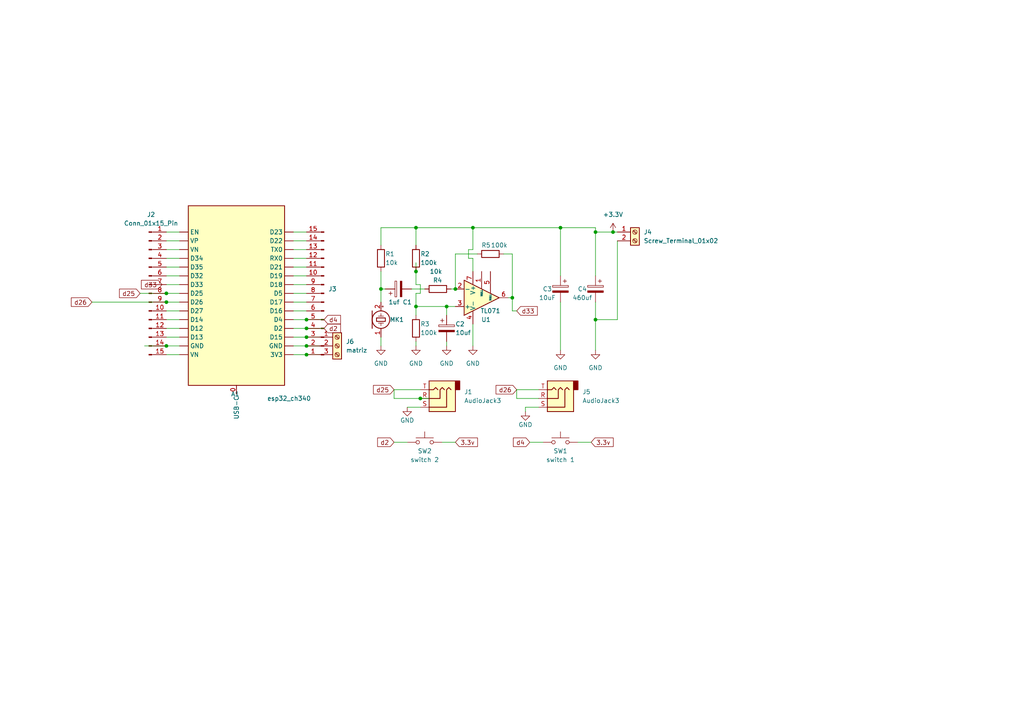
<source format=kicad_sch>
(kicad_sch (version 20230121) (generator eeschema)

  (uuid 5a225d09-4daa-4b00-a8e3-6f5d571ee864)

  (paper "A4")

  (lib_symbols
    (symbol "Amplifier_Operational:TL071" (pin_names (offset 0.127)) (in_bom yes) (on_board yes)
      (property "Reference" "U1" (at 8.89 4.1909 0)
        (effects (font (size 1.27 1.27)))
      )
      (property "Value" "TL071" (at 8.89 1.6509 0)
        (effects (font (size 1.27 1.27)))
      )
      (property "Footprint" "" (at 1.27 1.27 0)
        (effects (font (size 1.27 1.27)) hide)
      )
      (property "Datasheet" "http://www.ti.com/lit/ds/symlink/tl071.pdf" (at 3.81 3.81 0)
        (effects (font (size 1.27 1.27)) hide)
      )
      (property "ki_keywords" "singel opamp" (at 0 0 0)
        (effects (font (size 1.27 1.27)) hide)
      )
      (property "ki_description" "Single Low-Noise JFET-Input Operational Amplifiers, DIP-8/SOIC-8" (at 0 0 0)
        (effects (font (size 1.27 1.27)) hide)
      )
      (property "ki_fp_filters" "SOIC*3.9x4.9mm*P1.27mm* DIP*W7.62mm* TSSOP*3x3mm*P0.65mm*" (at 0 0 0)
        (effects (font (size 1.27 1.27)) hide)
      )
      (symbol "TL071_0_1"
        (polyline
          (pts
            (xy -5.08 5.08)
            (xy 5.08 0)
            (xy -5.08 -5.08)
            (xy -5.08 5.08)
          )
          (stroke (width 0.254) (type default))
          (fill (type background))
        )
      )
      (symbol "TL071_1_1"
        (pin input line (at 0 -7.62 90) (length 5.08)
          (name "NULL" (effects (font (size 0.508 0.508))))
          (number "1" (effects (font (size 1.27 1.27))))
        )
        (pin input line (at -7.62 -2.54 0) (length 2.54)
          (name "-" (effects (font (size 1.27 1.27))))
          (number "2" (effects (font (size 1.27 1.27))))
        )
        (pin input line (at -7.62 2.54 0) (length 2.54)
          (name "+" (effects (font (size 1.27 1.27))))
          (number "3" (effects (font (size 1.27 1.27))))
        )
        (pin power_in line (at -2.54 7.62 270) (length 3.81)
          (name "V-" (effects (font (size 1.27 1.27))))
          (number "4" (effects (font (size 1.27 1.27))))
        )
        (pin input line (at 2.54 -7.62 90) (length 6.35)
          (name "NULL" (effects (font (size 0.508 0.508))))
          (number "5" (effects (font (size 1.27 1.27))))
        )
        (pin output line (at 7.62 0 180) (length 2.54)
          (name "~" (effects (font (size 1.27 1.27))))
          (number "6" (effects (font (size 1.27 1.27))))
        )
        (pin power_in line (at -2.54 -7.62 90) (length 3.81)
          (name "V+" (effects (font (size 1.27 1.27))))
          (number "7" (effects (font (size 1.27 1.27))))
        )
        (pin no_connect line (at 0 2.54 270) (length 2.54) hide
          (name "NC" (effects (font (size 1.27 1.27))))
          (number "8" (effects (font (size 1.27 1.27))))
        )
      )
    )
    (symbol "Connector:Conn_01x15_Pin" (pin_names (offset 1.016) hide) (in_bom yes) (on_board yes)
      (property "Reference" "J" (at 0 20.32 0)
        (effects (font (size 1.27 1.27)))
      )
      (property "Value" "Conn_01x15_Pin" (at 0 -20.32 0)
        (effects (font (size 1.27 1.27)))
      )
      (property "Footprint" "" (at 0 0 0)
        (effects (font (size 1.27 1.27)) hide)
      )
      (property "Datasheet" "~" (at 0 0 0)
        (effects (font (size 1.27 1.27)) hide)
      )
      (property "ki_locked" "" (at 0 0 0)
        (effects (font (size 1.27 1.27)))
      )
      (property "ki_keywords" "connector" (at 0 0 0)
        (effects (font (size 1.27 1.27)) hide)
      )
      (property "ki_description" "Generic connector, single row, 01x15, script generated" (at 0 0 0)
        (effects (font (size 1.27 1.27)) hide)
      )
      (property "ki_fp_filters" "Connector*:*_1x??_*" (at 0 0 0)
        (effects (font (size 1.27 1.27)) hide)
      )
      (symbol "Conn_01x15_Pin_1_1"
        (polyline
          (pts
            (xy 1.27 -17.78)
            (xy 0.8636 -17.78)
          )
          (stroke (width 0.1524) (type default))
          (fill (type none))
        )
        (polyline
          (pts
            (xy 1.27 -15.24)
            (xy 0.8636 -15.24)
          )
          (stroke (width 0.1524) (type default))
          (fill (type none))
        )
        (polyline
          (pts
            (xy 1.27 -12.7)
            (xy 0.8636 -12.7)
          )
          (stroke (width 0.1524) (type default))
          (fill (type none))
        )
        (polyline
          (pts
            (xy 1.27 -10.16)
            (xy 0.8636 -10.16)
          )
          (stroke (width 0.1524) (type default))
          (fill (type none))
        )
        (polyline
          (pts
            (xy 1.27 -7.62)
            (xy 0.8636 -7.62)
          )
          (stroke (width 0.1524) (type default))
          (fill (type none))
        )
        (polyline
          (pts
            (xy 1.27 -5.08)
            (xy 0.8636 -5.08)
          )
          (stroke (width 0.1524) (type default))
          (fill (type none))
        )
        (polyline
          (pts
            (xy 1.27 -2.54)
            (xy 0.8636 -2.54)
          )
          (stroke (width 0.1524) (type default))
          (fill (type none))
        )
        (polyline
          (pts
            (xy 1.27 0)
            (xy 0.8636 0)
          )
          (stroke (width 0.1524) (type default))
          (fill (type none))
        )
        (polyline
          (pts
            (xy 1.27 2.54)
            (xy 0.8636 2.54)
          )
          (stroke (width 0.1524) (type default))
          (fill (type none))
        )
        (polyline
          (pts
            (xy 1.27 5.08)
            (xy 0.8636 5.08)
          )
          (stroke (width 0.1524) (type default))
          (fill (type none))
        )
        (polyline
          (pts
            (xy 1.27 7.62)
            (xy 0.8636 7.62)
          )
          (stroke (width 0.1524) (type default))
          (fill (type none))
        )
        (polyline
          (pts
            (xy 1.27 10.16)
            (xy 0.8636 10.16)
          )
          (stroke (width 0.1524) (type default))
          (fill (type none))
        )
        (polyline
          (pts
            (xy 1.27 12.7)
            (xy 0.8636 12.7)
          )
          (stroke (width 0.1524) (type default))
          (fill (type none))
        )
        (polyline
          (pts
            (xy 1.27 15.24)
            (xy 0.8636 15.24)
          )
          (stroke (width 0.1524) (type default))
          (fill (type none))
        )
        (polyline
          (pts
            (xy 1.27 17.78)
            (xy 0.8636 17.78)
          )
          (stroke (width 0.1524) (type default))
          (fill (type none))
        )
        (rectangle (start 0.8636 -17.653) (end 0 -17.907)
          (stroke (width 0.1524) (type default))
          (fill (type outline))
        )
        (rectangle (start 0.8636 -15.113) (end 0 -15.367)
          (stroke (width 0.1524) (type default))
          (fill (type outline))
        )
        (rectangle (start 0.8636 -12.573) (end 0 -12.827)
          (stroke (width 0.1524) (type default))
          (fill (type outline))
        )
        (rectangle (start 0.8636 -10.033) (end 0 -10.287)
          (stroke (width 0.1524) (type default))
          (fill (type outline))
        )
        (rectangle (start 0.8636 -7.493) (end 0 -7.747)
          (stroke (width 0.1524) (type default))
          (fill (type outline))
        )
        (rectangle (start 0.8636 -4.953) (end 0 -5.207)
          (stroke (width 0.1524) (type default))
          (fill (type outline))
        )
        (rectangle (start 0.8636 -2.413) (end 0 -2.667)
          (stroke (width 0.1524) (type default))
          (fill (type outline))
        )
        (rectangle (start 0.8636 0.127) (end 0 -0.127)
          (stroke (width 0.1524) (type default))
          (fill (type outline))
        )
        (rectangle (start 0.8636 2.667) (end 0 2.413)
          (stroke (width 0.1524) (type default))
          (fill (type outline))
        )
        (rectangle (start 0.8636 5.207) (end 0 4.953)
          (stroke (width 0.1524) (type default))
          (fill (type outline))
        )
        (rectangle (start 0.8636 7.747) (end 0 7.493)
          (stroke (width 0.1524) (type default))
          (fill (type outline))
        )
        (rectangle (start 0.8636 10.287) (end 0 10.033)
          (stroke (width 0.1524) (type default))
          (fill (type outline))
        )
        (rectangle (start 0.8636 12.827) (end 0 12.573)
          (stroke (width 0.1524) (type default))
          (fill (type outline))
        )
        (rectangle (start 0.8636 15.367) (end 0 15.113)
          (stroke (width 0.1524) (type default))
          (fill (type outline))
        )
        (rectangle (start 0.8636 17.907) (end 0 17.653)
          (stroke (width 0.1524) (type default))
          (fill (type outline))
        )
        (pin passive line (at 5.08 17.78 180) (length 3.81)
          (name "Pin_1" (effects (font (size 1.27 1.27))))
          (number "1" (effects (font (size 1.27 1.27))))
        )
        (pin passive line (at 5.08 -5.08 180) (length 3.81)
          (name "Pin_10" (effects (font (size 1.27 1.27))))
          (number "10" (effects (font (size 1.27 1.27))))
        )
        (pin passive line (at 5.08 -7.62 180) (length 3.81)
          (name "Pin_11" (effects (font (size 1.27 1.27))))
          (number "11" (effects (font (size 1.27 1.27))))
        )
        (pin passive line (at 5.08 -10.16 180) (length 3.81)
          (name "Pin_12" (effects (font (size 1.27 1.27))))
          (number "12" (effects (font (size 1.27 1.27))))
        )
        (pin passive line (at 5.08 -12.7 180) (length 3.81)
          (name "Pin_13" (effects (font (size 1.27 1.27))))
          (number "13" (effects (font (size 1.27 1.27))))
        )
        (pin passive line (at 5.08 -15.24 180) (length 3.81)
          (name "Pin_14" (effects (font (size 1.27 1.27))))
          (number "14" (effects (font (size 1.27 1.27))))
        )
        (pin passive line (at 5.08 -17.78 180) (length 3.81)
          (name "Pin_15" (effects (font (size 1.27 1.27))))
          (number "15" (effects (font (size 1.27 1.27))))
        )
        (pin passive line (at 5.08 15.24 180) (length 3.81)
          (name "Pin_2" (effects (font (size 1.27 1.27))))
          (number "2" (effects (font (size 1.27 1.27))))
        )
        (pin passive line (at 5.08 12.7 180) (length 3.81)
          (name "Pin_3" (effects (font (size 1.27 1.27))))
          (number "3" (effects (font (size 1.27 1.27))))
        )
        (pin passive line (at 5.08 10.16 180) (length 3.81)
          (name "Pin_4" (effects (font (size 1.27 1.27))))
          (number "4" (effects (font (size 1.27 1.27))))
        )
        (pin passive line (at 5.08 7.62 180) (length 3.81)
          (name "Pin_5" (effects (font (size 1.27 1.27))))
          (number "5" (effects (font (size 1.27 1.27))))
        )
        (pin passive line (at 5.08 5.08 180) (length 3.81)
          (name "Pin_6" (effects (font (size 1.27 1.27))))
          (number "6" (effects (font (size 1.27 1.27))))
        )
        (pin passive line (at 5.08 2.54 180) (length 3.81)
          (name "Pin_7" (effects (font (size 1.27 1.27))))
          (number "7" (effects (font (size 1.27 1.27))))
        )
        (pin passive line (at 5.08 0 180) (length 3.81)
          (name "Pin_8" (effects (font (size 1.27 1.27))))
          (number "8" (effects (font (size 1.27 1.27))))
        )
        (pin passive line (at 5.08 -2.54 180) (length 3.81)
          (name "Pin_9" (effects (font (size 1.27 1.27))))
          (number "9" (effects (font (size 1.27 1.27))))
        )
      )
    )
    (symbol "Connector:Screw_Terminal_01x02" (pin_names (offset 1.016) hide) (in_bom yes) (on_board yes)
      (property "Reference" "J" (at 0 2.54 0)
        (effects (font (size 1.27 1.27)))
      )
      (property "Value" "Screw_Terminal_01x02" (at 0 -5.08 0)
        (effects (font (size 1.27 1.27)))
      )
      (property "Footprint" "" (at 0 0 0)
        (effects (font (size 1.27 1.27)) hide)
      )
      (property "Datasheet" "~" (at 0 0 0)
        (effects (font (size 1.27 1.27)) hide)
      )
      (property "ki_keywords" "screw terminal" (at 0 0 0)
        (effects (font (size 1.27 1.27)) hide)
      )
      (property "ki_description" "Generic screw terminal, single row, 01x02, script generated (kicad-library-utils/schlib/autogen/connector/)" (at 0 0 0)
        (effects (font (size 1.27 1.27)) hide)
      )
      (property "ki_fp_filters" "TerminalBlock*:*" (at 0 0 0)
        (effects (font (size 1.27 1.27)) hide)
      )
      (symbol "Screw_Terminal_01x02_1_1"
        (rectangle (start -1.27 1.27) (end 1.27 -3.81)
          (stroke (width 0.254) (type default))
          (fill (type background))
        )
        (circle (center 0 -2.54) (radius 0.635)
          (stroke (width 0.1524) (type default))
          (fill (type none))
        )
        (polyline
          (pts
            (xy -0.5334 -2.2098)
            (xy 0.3302 -3.048)
          )
          (stroke (width 0.1524) (type default))
          (fill (type none))
        )
        (polyline
          (pts
            (xy -0.5334 0.3302)
            (xy 0.3302 -0.508)
          )
          (stroke (width 0.1524) (type default))
          (fill (type none))
        )
        (polyline
          (pts
            (xy -0.3556 -2.032)
            (xy 0.508 -2.8702)
          )
          (stroke (width 0.1524) (type default))
          (fill (type none))
        )
        (polyline
          (pts
            (xy -0.3556 0.508)
            (xy 0.508 -0.3302)
          )
          (stroke (width 0.1524) (type default))
          (fill (type none))
        )
        (circle (center 0 0) (radius 0.635)
          (stroke (width 0.1524) (type default))
          (fill (type none))
        )
        (pin passive line (at -5.08 0 0) (length 3.81)
          (name "Pin_1" (effects (font (size 1.27 1.27))))
          (number "1" (effects (font (size 1.27 1.27))))
        )
        (pin passive line (at -5.08 -2.54 0) (length 3.81)
          (name "Pin_2" (effects (font (size 1.27 1.27))))
          (number "2" (effects (font (size 1.27 1.27))))
        )
      )
    )
    (symbol "Connector:Screw_Terminal_01x03" (pin_names (offset 1.016) hide) (in_bom yes) (on_board yes)
      (property "Reference" "J" (at 0 5.08 0)
        (effects (font (size 1.27 1.27)))
      )
      (property "Value" "Screw_Terminal_01x03" (at 0 -5.08 0)
        (effects (font (size 1.27 1.27)))
      )
      (property "Footprint" "" (at 0 0 0)
        (effects (font (size 1.27 1.27)) hide)
      )
      (property "Datasheet" "~" (at 0 0 0)
        (effects (font (size 1.27 1.27)) hide)
      )
      (property "ki_keywords" "screw terminal" (at 0 0 0)
        (effects (font (size 1.27 1.27)) hide)
      )
      (property "ki_description" "Generic screw terminal, single row, 01x03, script generated (kicad-library-utils/schlib/autogen/connector/)" (at 0 0 0)
        (effects (font (size 1.27 1.27)) hide)
      )
      (property "ki_fp_filters" "TerminalBlock*:*" (at 0 0 0)
        (effects (font (size 1.27 1.27)) hide)
      )
      (symbol "Screw_Terminal_01x03_1_1"
        (rectangle (start -1.27 3.81) (end 1.27 -3.81)
          (stroke (width 0.254) (type default))
          (fill (type background))
        )
        (circle (center 0 -2.54) (radius 0.635)
          (stroke (width 0.1524) (type default))
          (fill (type none))
        )
        (polyline
          (pts
            (xy -0.5334 -2.2098)
            (xy 0.3302 -3.048)
          )
          (stroke (width 0.1524) (type default))
          (fill (type none))
        )
        (polyline
          (pts
            (xy -0.5334 0.3302)
            (xy 0.3302 -0.508)
          )
          (stroke (width 0.1524) (type default))
          (fill (type none))
        )
        (polyline
          (pts
            (xy -0.5334 2.8702)
            (xy 0.3302 2.032)
          )
          (stroke (width 0.1524) (type default))
          (fill (type none))
        )
        (polyline
          (pts
            (xy -0.3556 -2.032)
            (xy 0.508 -2.8702)
          )
          (stroke (width 0.1524) (type default))
          (fill (type none))
        )
        (polyline
          (pts
            (xy -0.3556 0.508)
            (xy 0.508 -0.3302)
          )
          (stroke (width 0.1524) (type default))
          (fill (type none))
        )
        (polyline
          (pts
            (xy -0.3556 3.048)
            (xy 0.508 2.2098)
          )
          (stroke (width 0.1524) (type default))
          (fill (type none))
        )
        (circle (center 0 0) (radius 0.635)
          (stroke (width 0.1524) (type default))
          (fill (type none))
        )
        (circle (center 0 2.54) (radius 0.635)
          (stroke (width 0.1524) (type default))
          (fill (type none))
        )
        (pin passive line (at -5.08 2.54 0) (length 3.81)
          (name "Pin_1" (effects (font (size 1.27 1.27))))
          (number "1" (effects (font (size 1.27 1.27))))
        )
        (pin passive line (at -5.08 0 0) (length 3.81)
          (name "Pin_2" (effects (font (size 1.27 1.27))))
          (number "2" (effects (font (size 1.27 1.27))))
        )
        (pin passive line (at -5.08 -2.54 0) (length 3.81)
          (name "Pin_3" (effects (font (size 1.27 1.27))))
          (number "3" (effects (font (size 1.27 1.27))))
        )
      )
    )
    (symbol "Connector_Audio:AudioJack3" (in_bom yes) (on_board yes)
      (property "Reference" "J" (at 0 8.89 0)
        (effects (font (size 1.27 1.27)))
      )
      (property "Value" "AudioJack3" (at 0 6.35 0)
        (effects (font (size 1.27 1.27)))
      )
      (property "Footprint" "" (at 0 0 0)
        (effects (font (size 1.27 1.27)) hide)
      )
      (property "Datasheet" "~" (at 0 0 0)
        (effects (font (size 1.27 1.27)) hide)
      )
      (property "ki_keywords" "audio jack receptacle stereo headphones phones TRS connector" (at 0 0 0)
        (effects (font (size 1.27 1.27)) hide)
      )
      (property "ki_description" "Audio Jack, 3 Poles (Stereo / TRS)" (at 0 0 0)
        (effects (font (size 1.27 1.27)) hide)
      )
      (property "ki_fp_filters" "Jack*" (at 0 0 0)
        (effects (font (size 1.27 1.27)) hide)
      )
      (symbol "AudioJack3_0_1"
        (rectangle (start -5.08 -5.08) (end -6.35 -2.54)
          (stroke (width 0.254) (type default))
          (fill (type outline))
        )
        (polyline
          (pts
            (xy 0 -2.54)
            (xy 0.635 -3.175)
            (xy 1.27 -2.54)
            (xy 2.54 -2.54)
          )
          (stroke (width 0.254) (type default))
          (fill (type none))
        )
        (polyline
          (pts
            (xy -1.905 -2.54)
            (xy -1.27 -3.175)
            (xy -0.635 -2.54)
            (xy -0.635 0)
            (xy 2.54 0)
          )
          (stroke (width 0.254) (type default))
          (fill (type none))
        )
        (polyline
          (pts
            (xy 2.54 2.54)
            (xy -2.54 2.54)
            (xy -2.54 -2.54)
            (xy -3.175 -3.175)
            (xy -3.81 -2.54)
          )
          (stroke (width 0.254) (type default))
          (fill (type none))
        )
        (rectangle (start 2.54 3.81) (end -5.08 -5.08)
          (stroke (width 0.254) (type default))
          (fill (type background))
        )
      )
      (symbol "AudioJack3_1_1"
        (pin passive line (at 5.08 0 180) (length 2.54)
          (name "~" (effects (font (size 1.27 1.27))))
          (number "R" (effects (font (size 1.27 1.27))))
        )
        (pin passive line (at 5.08 2.54 180) (length 2.54)
          (name "~" (effects (font (size 1.27 1.27))))
          (number "S" (effects (font (size 1.27 1.27))))
        )
        (pin passive line (at 5.08 -2.54 180) (length 2.54)
          (name "~" (effects (font (size 1.27 1.27))))
          (number "T" (effects (font (size 1.27 1.27))))
        )
      )
    )
    (symbol "Device:C_Polarized" (pin_numbers hide) (pin_names (offset 0.254)) (in_bom yes) (on_board yes)
      (property "Reference" "C" (at 0.635 2.54 0)
        (effects (font (size 1.27 1.27)) (justify left))
      )
      (property "Value" "C_Polarized" (at 0.635 -2.54 0)
        (effects (font (size 1.27 1.27)) (justify left))
      )
      (property "Footprint" "" (at 0.9652 -3.81 0)
        (effects (font (size 1.27 1.27)) hide)
      )
      (property "Datasheet" "~" (at 0 0 0)
        (effects (font (size 1.27 1.27)) hide)
      )
      (property "ki_keywords" "cap capacitor" (at 0 0 0)
        (effects (font (size 1.27 1.27)) hide)
      )
      (property "ki_description" "Polarized capacitor" (at 0 0 0)
        (effects (font (size 1.27 1.27)) hide)
      )
      (property "ki_fp_filters" "CP_*" (at 0 0 0)
        (effects (font (size 1.27 1.27)) hide)
      )
      (symbol "C_Polarized_0_1"
        (rectangle (start -2.286 0.508) (end 2.286 1.016)
          (stroke (width 0) (type default))
          (fill (type none))
        )
        (polyline
          (pts
            (xy -1.778 2.286)
            (xy -0.762 2.286)
          )
          (stroke (width 0) (type default))
          (fill (type none))
        )
        (polyline
          (pts
            (xy -1.27 2.794)
            (xy -1.27 1.778)
          )
          (stroke (width 0) (type default))
          (fill (type none))
        )
        (rectangle (start 2.286 -0.508) (end -2.286 -1.016)
          (stroke (width 0) (type default))
          (fill (type outline))
        )
      )
      (symbol "C_Polarized_1_1"
        (pin passive line (at 0 3.81 270) (length 2.794)
          (name "~" (effects (font (size 1.27 1.27))))
          (number "1" (effects (font (size 1.27 1.27))))
        )
        (pin passive line (at 0 -3.81 90) (length 2.794)
          (name "~" (effects (font (size 1.27 1.27))))
          (number "2" (effects (font (size 1.27 1.27))))
        )
      )
    )
    (symbol "Device:Microphone_Crystal" (pin_names (offset 0.0254) hide) (in_bom yes) (on_board yes)
      (property "Reference" "MK" (at -3.81 1.143 0)
        (effects (font (size 1.27 1.27)) (justify right))
      )
      (property "Value" "Microphone_Crystal" (at -3.81 -0.762 0)
        (effects (font (size 1.27 1.27)) (justify right))
      )
      (property "Footprint" "" (at 1.27 -1.778 90)
        (effects (font (size 1.27 1.27)) (justify left) hide)
      )
      (property "Datasheet" "~" (at 0 2.54 90)
        (effects (font (size 1.27 1.27)) hide)
      )
      (property "ki_keywords" "microphone crystal" (at 0 0 0)
        (effects (font (size 1.27 1.27)) hide)
      )
      (property "ki_description" "Crystal microphone" (at 0 0 0)
        (effects (font (size 1.27 1.27)) hide)
      )
      (symbol "Microphone_Crystal_0_1"
        (rectangle (start -1.27 0.508) (end 1.27 -0.508)
          (stroke (width 0.254) (type default))
          (fill (type none))
        )
        (polyline
          (pts
            (xy -2.54 2.54)
            (xy -2.54 -2.54)
          )
          (stroke (width 0.254) (type default))
          (fill (type none))
        )
        (polyline
          (pts
            (xy -0.762 -1.016)
            (xy 0.762 -1.016)
          )
          (stroke (width 0) (type default))
          (fill (type none))
        )
        (polyline
          (pts
            (xy -0.762 1.016)
            (xy 0.762 1.016)
          )
          (stroke (width 0) (type default))
          (fill (type none))
        )
        (polyline
          (pts
            (xy 0 -1.016)
            (xy 0 -1.778)
          )
          (stroke (width 0) (type default))
          (fill (type none))
        )
        (polyline
          (pts
            (xy 0 1.016)
            (xy 0 1.778)
          )
          (stroke (width 0) (type default))
          (fill (type none))
        )
        (polyline
          (pts
            (xy 0.254 3.81)
            (xy 0.762 3.81)
          )
          (stroke (width 0) (type default))
          (fill (type none))
        )
        (polyline
          (pts
            (xy 0.508 4.064)
            (xy 0.508 3.556)
          )
          (stroke (width 0) (type default))
          (fill (type none))
        )
        (circle (center 0 0) (radius 2.54)
          (stroke (width 0.254) (type default))
          (fill (type none))
        )
      )
      (symbol "Microphone_Crystal_1_1"
        (pin passive line (at 0 -5.08 90) (length 2.54)
          (name "-" (effects (font (size 1.27 1.27))))
          (number "1" (effects (font (size 1.27 1.27))))
        )
        (pin passive line (at 0 5.08 270) (length 2.54)
          (name "+" (effects (font (size 1.27 1.27))))
          (number "2" (effects (font (size 1.27 1.27))))
        )
      )
    )
    (symbol "Device:R" (pin_numbers hide) (pin_names (offset 0)) (in_bom yes) (on_board yes)
      (property "Reference" "R" (at 2.032 0 90)
        (effects (font (size 1.27 1.27)))
      )
      (property "Value" "R" (at 0 0 90)
        (effects (font (size 1.27 1.27)))
      )
      (property "Footprint" "" (at -1.778 0 90)
        (effects (font (size 1.27 1.27)) hide)
      )
      (property "Datasheet" "~" (at 0 0 0)
        (effects (font (size 1.27 1.27)) hide)
      )
      (property "ki_keywords" "R res resistor" (at 0 0 0)
        (effects (font (size 1.27 1.27)) hide)
      )
      (property "ki_description" "Resistor" (at 0 0 0)
        (effects (font (size 1.27 1.27)) hide)
      )
      (property "ki_fp_filters" "R_*" (at 0 0 0)
        (effects (font (size 1.27 1.27)) hide)
      )
      (symbol "R_0_1"
        (rectangle (start -1.016 -2.54) (end 1.016 2.54)
          (stroke (width 0.254) (type default))
          (fill (type none))
        )
      )
      (symbol "R_1_1"
        (pin passive line (at 0 3.81 270) (length 1.27)
          (name "~" (effects (font (size 1.27 1.27))))
          (number "1" (effects (font (size 1.27 1.27))))
        )
        (pin passive line (at 0 -3.81 90) (length 1.27)
          (name "~" (effects (font (size 1.27 1.27))))
          (number "2" (effects (font (size 1.27 1.27))))
        )
      )
    )
    (symbol "MCU_Module:Adafruit_Feather_HUZZAH32_ESP32" (in_bom yes) (on_board yes)
      (property "Reference" "A1" (at 2.1941 -33.02 0)
        (effects (font (size 1.27 1.27)) (justify left))
      )
      (property "Value" "esp32_ch340" (at 12.7 -34.29 0)
        (effects (font (size 1.27 1.27)) (justify left))
      )
      (property "Footprint" "Module:Adafruit_Feather" (at 2.54 -34.29 0)
        (effects (font (size 1.27 1.27)) (justify left) hide)
      )
      (property "Datasheet" "https://cdn-learn.adafruit.com/downloads/pdf/adafruit-huzzah32-esp32-feather.pdf" (at 0 -30.48 0)
        (effects (font (size 1.27 1.27)) hide)
      )
      (property "ki_keywords" "Adafruit feather microcontroller module USB" (at 0 0 0)
        (effects (font (size 1.27 1.27)) hide)
      )
      (property "ki_description" "Microcontroller module with ESP32 MCU" (at 0 0 0)
        (effects (font (size 1.27 1.27)) hide)
      )
      (property "ki_fp_filters" "Adafruit*Feather*" (at 0 0 0)
        (effects (font (size 1.27 1.27)) hide)
      )
      (symbol "Adafruit_Feather_HUZZAH32_ESP32_0_1"
        (rectangle (start -10.16 21.59) (end 17.78 -30.48)
          (stroke (width 0.254) (type default))
          (fill (type background))
        )
      )
      (symbol "Adafruit_Feather_HUZZAH32_ESP32_1_1"
        (pin bidirectional line (at 20.32 -21.59 180) (length 2.54)
          (name "3V3" (effects (font (size 1.27 1.27))))
          (number "" (effects (font (size 1.27 1.27))))
        )
        (pin bidirectional line (at -12.7 -13.97 0) (length 2.54)
          (name "D12" (effects (font (size 1.27 1.27))))
          (number "" (effects (font (size 1.27 1.27))))
        )
        (pin bidirectional line (at -12.7 -16.51 0) (length 2.54)
          (name "D13" (effects (font (size 1.27 1.27))))
          (number "" (effects (font (size 1.27 1.27))))
        )
        (pin bidirectional line (at -12.7 -11.43 0) (length 2.54)
          (name "D14" (effects (font (size 1.27 1.27))))
          (number "" (effects (font (size 1.27 1.27))))
        )
        (pin bidirectional line (at 20.32 -16.51 180) (length 2.54)
          (name "D15" (effects (font (size 1.27 1.27))))
          (number "" (effects (font (size 1.27 1.27))))
        )
        (pin bidirectional line (at 20.32 -8.89 180) (length 2.54)
          (name "D16" (effects (font (size 1.27 1.27))))
          (number "" (effects (font (size 1.27 1.27))))
        )
        (pin bidirectional line (at 20.32 -6.35 180) (length 2.54)
          (name "D17" (effects (font (size 1.27 1.27))))
          (number "" (effects (font (size 1.27 1.27))))
        )
        (pin bidirectional line (at 20.32 -1.27 180) (length 2.54)
          (name "D18" (effects (font (size 1.27 1.27))))
          (number "" (effects (font (size 1.27 1.27))))
        )
        (pin bidirectional line (at 20.32 1.27 180) (length 2.54)
          (name "D19" (effects (font (size 1.27 1.27))))
          (number "" (effects (font (size 1.27 1.27))))
        )
        (pin bidirectional line (at 20.32 -13.97 180) (length 2.54)
          (name "D2" (effects (font (size 1.27 1.27))))
          (number "" (effects (font (size 1.27 1.27))))
        )
        (pin bidirectional line (at 20.32 3.81 180) (length 2.54)
          (name "D21" (effects (font (size 1.27 1.27))))
          (number "" (effects (font (size 1.27 1.27))))
        )
        (pin bidirectional line (at 20.32 11.43 180) (length 2.54)
          (name "D22" (effects (font (size 1.27 1.27))))
          (number "" (effects (font (size 1.27 1.27))))
        )
        (pin bidirectional line (at 20.32 13.97 180) (length 2.54)
          (name "D23" (effects (font (size 1.27 1.27))))
          (number "" (effects (font (size 1.27 1.27))))
        )
        (pin bidirectional line (at -12.7 -3.81 0) (length 2.54)
          (name "D25" (effects (font (size 1.27 1.27))))
          (number "" (effects (font (size 1.27 1.27))))
        )
        (pin bidirectional line (at -12.7 -6.35 0) (length 2.54)
          (name "D26" (effects (font (size 1.27 1.27))))
          (number "" (effects (font (size 1.27 1.27))))
        )
        (pin bidirectional line (at -12.7 -8.89 0) (length 2.54)
          (name "D27" (effects (font (size 1.27 1.27))))
          (number "" (effects (font (size 1.27 1.27))))
        )
        (pin bidirectional line (at -12.7 1.27 0) (length 2.54)
          (name "D32" (effects (font (size 1.27 1.27))))
          (number "" (effects (font (size 1.27 1.27))))
        )
        (pin bidirectional line (at -12.7 -1.27 0) (length 2.54)
          (name "D33" (effects (font (size 1.27 1.27))))
          (number "" (effects (font (size 1.27 1.27))))
        )
        (pin bidirectional line (at -12.7 6.35 0) (length 2.54)
          (name "D34" (effects (font (size 1.27 1.27))))
          (number "" (effects (font (size 1.27 1.27))))
        )
        (pin bidirectional line (at -12.7 3.81 0) (length 2.54)
          (name "D35" (effects (font (size 1.27 1.27))))
          (number "" (effects (font (size 1.27 1.27))))
        )
        (pin bidirectional line (at 20.32 -11.43 180) (length 2.54)
          (name "D4" (effects (font (size 1.27 1.27))))
          (number "" (effects (font (size 1.27 1.27))))
        )
        (pin bidirectional line (at 20.32 -3.81 180) (length 2.54)
          (name "D5" (effects (font (size 1.27 1.27))))
          (number "" (effects (font (size 1.27 1.27))))
        )
        (pin bidirectional line (at -12.7 13.97 0) (length 2.54)
          (name "EN" (effects (font (size 1.27 1.27))))
          (number "" (effects (font (size 1.27 1.27))))
        )
        (pin bidirectional line (at -12.7 -19.05 0) (length 2.54)
          (name "GND" (effects (font (size 1.27 1.27))))
          (number "" (effects (font (size 1.27 1.27))))
        )
        (pin bidirectional line (at 20.32 -19.05 180) (length 2.54)
          (name "GND" (effects (font (size 1.27 1.27))))
          (number "" (effects (font (size 1.27 1.27))))
        )
        (pin bidirectional line (at 20.32 6.35 180) (length 2.54)
          (name "RX0" (effects (font (size 1.27 1.27))))
          (number "" (effects (font (size 1.27 1.27))))
        )
        (pin bidirectional line (at 20.32 8.89 180) (length 2.54)
          (name "TX0" (effects (font (size 1.27 1.27))))
          (number "" (effects (font (size 1.27 1.27))))
        )
        (pin bidirectional line (at -12.7 -21.59 0) (length 2.54)
          (name "VN" (effects (font (size 1.27 1.27))))
          (number "" (effects (font (size 1.27 1.27))))
        )
        (pin bidirectional line (at -12.7 8.89 0) (length 2.54)
          (name "VN" (effects (font (size 1.27 1.27))))
          (number "" (effects (font (size 1.27 1.27))))
        )
        (pin bidirectional line (at -12.7 11.43 0) (length 2.54)
          (name "VP" (effects (font (size 1.27 1.27))))
          (number "" (effects (font (size 1.27 1.27))))
        )
        (pin bidirectional line (at 3.81 -30.48 270) (length 2.54)
          (name "USB-C" (effects (font (size 1.27 1.27))))
          (number "0" (effects (font (size 1.27 1.27))))
        )
        (pin no_connect line (at 10.16 10.16 180) (length 2.54) hide
          (name "NC" (effects (font (size 1.27 1.27))))
          (number "3" (effects (font (size 1.27 1.27))))
        )
      )
    )
    (symbol "Switch:SW_Push" (pin_numbers hide) (pin_names (offset 1.016) hide) (in_bom yes) (on_board yes)
      (property "Reference" "SW" (at 1.27 2.54 0)
        (effects (font (size 1.27 1.27)) (justify left))
      )
      (property "Value" "SW_Push" (at 0 -1.524 0)
        (effects (font (size 1.27 1.27)))
      )
      (property "Footprint" "" (at 0 5.08 0)
        (effects (font (size 1.27 1.27)) hide)
      )
      (property "Datasheet" "~" (at 0 5.08 0)
        (effects (font (size 1.27 1.27)) hide)
      )
      (property "ki_keywords" "switch normally-open pushbutton push-button" (at 0 0 0)
        (effects (font (size 1.27 1.27)) hide)
      )
      (property "ki_description" "Push button switch, generic, two pins" (at 0 0 0)
        (effects (font (size 1.27 1.27)) hide)
      )
      (symbol "SW_Push_0_1"
        (circle (center -2.032 0) (radius 0.508)
          (stroke (width 0) (type default))
          (fill (type none))
        )
        (polyline
          (pts
            (xy 0 1.27)
            (xy 0 3.048)
          )
          (stroke (width 0) (type default))
          (fill (type none))
        )
        (polyline
          (pts
            (xy 2.54 1.27)
            (xy -2.54 1.27)
          )
          (stroke (width 0) (type default))
          (fill (type none))
        )
        (circle (center 2.032 0) (radius 0.508)
          (stroke (width 0) (type default))
          (fill (type none))
        )
        (pin passive line (at -5.08 0 0) (length 2.54)
          (name "1" (effects (font (size 1.27 1.27))))
          (number "1" (effects (font (size 1.27 1.27))))
        )
        (pin passive line (at 5.08 0 180) (length 2.54)
          (name "2" (effects (font (size 1.27 1.27))))
          (number "2" (effects (font (size 1.27 1.27))))
        )
      )
    )
    (symbol "power:+3.3V" (power) (pin_names (offset 0)) (in_bom yes) (on_board yes)
      (property "Reference" "#PWR" (at 0 -3.81 0)
        (effects (font (size 1.27 1.27)) hide)
      )
      (property "Value" "+3.3V" (at 0 3.556 0)
        (effects (font (size 1.27 1.27)))
      )
      (property "Footprint" "" (at 0 0 0)
        (effects (font (size 1.27 1.27)) hide)
      )
      (property "Datasheet" "" (at 0 0 0)
        (effects (font (size 1.27 1.27)) hide)
      )
      (property "ki_keywords" "global power" (at 0 0 0)
        (effects (font (size 1.27 1.27)) hide)
      )
      (property "ki_description" "Power symbol creates a global label with name \"+3.3V\"" (at 0 0 0)
        (effects (font (size 1.27 1.27)) hide)
      )
      (symbol "+3.3V_0_1"
        (polyline
          (pts
            (xy -0.762 1.27)
            (xy 0 2.54)
          )
          (stroke (width 0) (type default))
          (fill (type none))
        )
        (polyline
          (pts
            (xy 0 0)
            (xy 0 2.54)
          )
          (stroke (width 0) (type default))
          (fill (type none))
        )
        (polyline
          (pts
            (xy 0 2.54)
            (xy 0.762 1.27)
          )
          (stroke (width 0) (type default))
          (fill (type none))
        )
      )
      (symbol "+3.3V_1_1"
        (pin power_in line (at 0 0 90) (length 0) hide
          (name "+3.3V" (effects (font (size 1.27 1.27))))
          (number "1" (effects (font (size 1.27 1.27))))
        )
      )
    )
    (symbol "power:GND" (power) (pin_names (offset 0)) (in_bom yes) (on_board yes)
      (property "Reference" "#PWR" (at 0 -6.35 0)
        (effects (font (size 1.27 1.27)) hide)
      )
      (property "Value" "GND" (at 0 -3.81 0)
        (effects (font (size 1.27 1.27)))
      )
      (property "Footprint" "" (at 0 0 0)
        (effects (font (size 1.27 1.27)) hide)
      )
      (property "Datasheet" "" (at 0 0 0)
        (effects (font (size 1.27 1.27)) hide)
      )
      (property "ki_keywords" "global power" (at 0 0 0)
        (effects (font (size 1.27 1.27)) hide)
      )
      (property "ki_description" "Power symbol creates a global label with name \"GND\" , ground" (at 0 0 0)
        (effects (font (size 1.27 1.27)) hide)
      )
      (symbol "GND_0_1"
        (polyline
          (pts
            (xy 0 0)
            (xy 0 -1.27)
            (xy 1.27 -1.27)
            (xy 0 -2.54)
            (xy -1.27 -1.27)
            (xy 0 -1.27)
          )
          (stroke (width 0) (type default))
          (fill (type none))
        )
      )
      (symbol "GND_1_1"
        (pin power_in line (at 0 0 270) (length 0) hide
          (name "GND" (effects (font (size 1.27 1.27))))
          (number "1" (effects (font (size 1.27 1.27))))
        )
      )
    )
  )

  (junction (at 88.9 102.87) (diameter 0) (color 0 0 0 0)
    (uuid 0df1135b-d31b-4059-8509-bd1136265bc6)
  )
  (junction (at 88.9 95.25) (diameter 0) (color 0 0 0 0)
    (uuid 2086f1d1-0cb1-48bc-b554-bf74c7fa07c6)
  )
  (junction (at 120.65 66.04) (diameter 0) (color 0 0 0 0)
    (uuid 26dfd2db-add7-46ce-b25d-df4544e88553)
  )
  (junction (at 110.49 83.82) (diameter 0) (color 0 0 0 0)
    (uuid 33ebf1b0-3d0d-4b72-841c-92084b32e642)
  )
  (junction (at 121.92 115.57) (diameter 0) (color 0 0 0 0)
    (uuid 4037fbf0-fb71-4a3f-80d8-2c98f2363408)
  )
  (junction (at 88.9 100.33) (diameter 0) (color 0 0 0 0)
    (uuid 6269dd96-bb9e-43dc-8ae3-7b32671957a4)
  )
  (junction (at 172.72 67.31) (diameter 0) (color 0 0 0 0)
    (uuid a4bd1741-557e-4697-aa17-56e9f7c4048a)
  )
  (junction (at 48.26 87.63) (diameter 0) (color 0 0 0 0)
    (uuid ae1d5ec3-eb70-4bc7-979a-285fb84aae72)
  )
  (junction (at 88.9 97.79) (diameter 0) (color 0 0 0 0)
    (uuid b3cafc14-2e31-4819-9520-734bdbd7887d)
  )
  (junction (at 129.54 88.9) (diameter 0) (color 0 0 0 0)
    (uuid b41298ba-5c06-461c-84b4-f9861ad70c30)
  )
  (junction (at 132.08 83.82) (diameter 0) (color 0 0 0 0)
    (uuid b5866df5-4700-4ac7-9f55-b1234fb754e4)
  )
  (junction (at 172.72 92.71) (diameter 0) (color 0 0 0 0)
    (uuid b5e18697-67a5-4cd4-8f3f-d7d766535a71)
  )
  (junction (at 162.56 66.04) (diameter 0) (color 0 0 0 0)
    (uuid bad9cb0b-d3a6-4975-afe9-9bee0f13d9de)
  )
  (junction (at 88.9 92.71) (diameter 0) (color 0 0 0 0)
    (uuid bb078389-a594-4a73-9db1-f02d3448c6ea)
  )
  (junction (at 120.65 88.9) (diameter 0) (color 0 0 0 0)
    (uuid c71e3d3c-73c8-49e1-ac8d-4fa9b11aaa39)
  )
  (junction (at 120.65 78.74) (diameter 0) (color 0 0 0 0)
    (uuid c8f6679b-c1e4-4188-ac6b-6ebcc6ad374b)
  )
  (junction (at 177.8 67.31) (diameter 0) (color 0 0 0 0)
    (uuid d5cdc6c6-b293-4c28-8586-f89f476f8827)
  )
  (junction (at 148.59 86.36) (diameter 0) (color 0 0 0 0)
    (uuid daf1bed2-2a1a-430c-b582-7ec9da6de53c)
  )
  (junction (at 137.16 66.04) (diameter 0) (color 0 0 0 0)
    (uuid ec1971b1-2625-4e9d-a3fc-e6597f7c655b)
  )
  (junction (at 48.26 85.09) (diameter 0) (color 0 0 0 0)
    (uuid ed1c83ed-9803-45e5-ab63-5079f2a729ec)
  )
  (junction (at 48.26 100.33) (diameter 0) (color 0 0 0 0)
    (uuid f13792f7-47ca-4a54-9890-81e00a695811)
  )

  (wire (pts (xy 137.16 66.04) (xy 162.56 66.04))
    (stroke (width 0) (type default))
    (uuid 00e65f83-9260-44fd-99f5-868904b06caf)
  )
  (wire (pts (xy 48.26 100.33) (xy 52.07 100.33))
    (stroke (width 0) (type default))
    (uuid 061f48eb-866f-4f68-ab7e-0dcbc916c741)
  )
  (wire (pts (xy 118.11 118.11) (xy 121.92 118.11))
    (stroke (width 0) (type default))
    (uuid 0635a063-1b01-48db-b9e0-1227bca5ab2b)
  )
  (wire (pts (xy 48.26 74.93) (xy 52.07 74.93))
    (stroke (width 0) (type default))
    (uuid 089d8737-4454-4ace-a5c2-d7f523d041d9)
  )
  (wire (pts (xy 124.46 115.57) (xy 121.92 115.57))
    (stroke (width 0) (type default))
    (uuid 0bf265af-c411-4396-ae94-faa194bb6cfd)
  )
  (wire (pts (xy 148.59 73.66) (xy 148.59 86.36))
    (stroke (width 0) (type default))
    (uuid 130b2a8a-c741-4f43-8031-3b7ed7846ed6)
  )
  (wire (pts (xy 167.64 128.27) (xy 171.45 128.27))
    (stroke (width 0) (type default))
    (uuid 144f5d5b-3897-42b1-bf2d-f17c942a74ae)
  )
  (wire (pts (xy 110.49 97.79) (xy 110.49 100.33))
    (stroke (width 0) (type default))
    (uuid 145fcd3d-1a40-4097-bde7-c01bb3add328)
  )
  (wire (pts (xy 162.56 66.04) (xy 162.56 80.01))
    (stroke (width 0) (type default))
    (uuid 171b0024-d453-4d9f-91ca-63250b3a8cdd)
  )
  (wire (pts (xy 88.9 67.31) (xy 85.09 67.31))
    (stroke (width 0) (type default))
    (uuid 17296982-5548-4d31-bc7f-9df64db83554)
  )
  (wire (pts (xy 88.9 102.87) (xy 92.71 102.87))
    (stroke (width 0) (type default))
    (uuid 18bc314a-f641-470a-8c62-9be633bb69e7)
  )
  (wire (pts (xy 40.64 85.09) (xy 48.26 85.09))
    (stroke (width 0) (type default))
    (uuid 19cfa1c2-de0b-4c3a-9c82-ec6e70c5fb8f)
  )
  (wire (pts (xy 172.72 66.04) (xy 172.72 67.31))
    (stroke (width 0) (type default))
    (uuid 1a8e4105-d223-46de-948f-b6b0b8ac6558)
  )
  (wire (pts (xy 48.26 85.09) (xy 52.07 85.09))
    (stroke (width 0) (type default))
    (uuid 1b4e16da-5691-4d2c-91b3-0d965c854a5f)
  )
  (wire (pts (xy 88.9 69.85) (xy 85.09 69.85))
    (stroke (width 0) (type default))
    (uuid 1badd879-615a-43ef-874f-d00f4c436175)
  )
  (wire (pts (xy 88.9 90.17) (xy 85.09 90.17))
    (stroke (width 0) (type default))
    (uuid 1e4aea39-3604-4b3a-a1ad-d0e4ad4ea9dd)
  )
  (wire (pts (xy 48.26 95.25) (xy 52.07 95.25))
    (stroke (width 0) (type default))
    (uuid 24d977dd-9b7f-44c4-b54d-e12f7ff0b2e4)
  )
  (wire (pts (xy 26.67 87.63) (xy 48.26 87.63))
    (stroke (width 0) (type default))
    (uuid 29d0c373-4e78-4511-b643-1dd48a856bb2)
  )
  (wire (pts (xy 120.65 88.9) (xy 120.65 85.09))
    (stroke (width 0) (type default))
    (uuid 2a0ef582-3b0f-41dd-a0a8-75fdc7185fc4)
  )
  (wire (pts (xy 138.43 73.66) (xy 132.08 73.66))
    (stroke (width 0) (type default))
    (uuid 2d80f715-d787-48b8-ba71-53ee3d8f3ce4)
  )
  (wire (pts (xy 137.16 72.39) (xy 137.16 66.04))
    (stroke (width 0) (type default))
    (uuid 30231da8-0b16-4e77-8d35-ad5bc291fe67)
  )
  (wire (pts (xy 88.9 92.71) (xy 93.98 92.71))
    (stroke (width 0) (type default))
    (uuid 314bd340-530f-477a-b62c-1821284b0bfc)
  )
  (wire (pts (xy 172.72 92.71) (xy 172.72 101.6))
    (stroke (width 0) (type default))
    (uuid 348d9c8d-8df3-4451-93ff-cca37307da94)
  )
  (wire (pts (xy 172.72 67.31) (xy 172.72 80.01))
    (stroke (width 0) (type default))
    (uuid 34aaa779-8626-4992-b727-5d50a4b1b1f7)
  )
  (wire (pts (xy 88.9 74.93) (xy 85.09 74.93))
    (stroke (width 0) (type default))
    (uuid 35d95254-a1cc-4051-8b2e-d58e9a3e912c)
  )
  (wire (pts (xy 149.86 113.03) (xy 156.21 113.03))
    (stroke (width 0) (type default))
    (uuid 3958784c-ebe1-4932-9475-9e14b034f312)
  )
  (wire (pts (xy 48.26 72.39) (xy 52.07 72.39))
    (stroke (width 0) (type default))
    (uuid 39e6bb69-ee28-41ad-9de8-04e52da59b20)
  )
  (wire (pts (xy 41.91 100.33) (xy 48.26 100.33))
    (stroke (width 0) (type default))
    (uuid 3d6adaab-b842-420d-8856-84c4d6b04cce)
  )
  (wire (pts (xy 48.26 97.79) (xy 52.07 97.79))
    (stroke (width 0) (type default))
    (uuid 3e122826-0294-4944-9525-9a755036ba0e)
  )
  (wire (pts (xy 120.65 66.04) (xy 137.16 66.04))
    (stroke (width 0) (type default))
    (uuid 430465a5-3929-4b83-97c3-a2eba2b1aa97)
  )
  (wire (pts (xy 130.81 83.82) (xy 132.08 83.82))
    (stroke (width 0) (type default))
    (uuid 44380f40-c57a-4af6-87eb-37ae5418a895)
  )
  (wire (pts (xy 48.26 92.71) (xy 52.07 92.71))
    (stroke (width 0) (type default))
    (uuid 4d3143ea-13a6-4b93-a22b-c3d19a8c95bb)
  )
  (wire (pts (xy 110.49 66.04) (xy 120.65 66.04))
    (stroke (width 0) (type default))
    (uuid 51447019-3b28-4994-9f40-d05ff4053e17)
  )
  (wire (pts (xy 88.9 85.09) (xy 85.09 85.09))
    (stroke (width 0) (type default))
    (uuid 59b0e405-04d1-448e-9f47-55679cc3dccf)
  )
  (wire (pts (xy 132.08 73.66) (xy 132.08 83.82))
    (stroke (width 0) (type default))
    (uuid 5e2d112c-e265-4021-a297-d4ff76355937)
  )
  (wire (pts (xy 129.54 99.06) (xy 129.54 100.33))
    (stroke (width 0) (type default))
    (uuid 61ea6de1-0832-4c0a-9786-46de405bfb35)
  )
  (wire (pts (xy 110.49 83.82) (xy 110.49 78.74))
    (stroke (width 0) (type default))
    (uuid 655a0d2c-2e6e-4d37-831a-ccbe7fab7f7d)
  )
  (wire (pts (xy 156.21 115.57) (xy 149.86 115.57))
    (stroke (width 0) (type default))
    (uuid 69e80aca-23d7-401e-a03d-ac3298eb4ae4)
  )
  (wire (pts (xy 88.9 80.01) (xy 85.09 80.01))
    (stroke (width 0) (type default))
    (uuid 6a121b9d-b6e6-4ee5-9529-c8e2a86bddbe)
  )
  (wire (pts (xy 110.49 83.82) (xy 110.49 87.63))
    (stroke (width 0) (type default))
    (uuid 6ab19330-7175-4bb8-836f-486f5ddf36ca)
  )
  (wire (pts (xy 88.9 97.79) (xy 92.71 97.79))
    (stroke (width 0) (type default))
    (uuid 6f0e2ccf-e10e-4f7a-93ff-8bf13eaea206)
  )
  (wire (pts (xy 114.3 113.03) (xy 121.92 113.03))
    (stroke (width 0) (type default))
    (uuid 71429fc1-fc25-4986-b777-fd756483f404)
  )
  (wire (pts (xy 48.26 102.87) (xy 52.07 102.87))
    (stroke (width 0) (type default))
    (uuid 746cae66-aa21-448d-80df-a0cc3fcfdbc5)
  )
  (wire (pts (xy 88.9 97.79) (xy 85.09 97.79))
    (stroke (width 0) (type default))
    (uuid 761df025-3c70-43d4-9388-85200efba29b)
  )
  (wire (pts (xy 120.65 88.9) (xy 129.54 88.9))
    (stroke (width 0) (type default))
    (uuid 7728e9ef-4564-41c0-ba1f-8edd9be033e7)
  )
  (wire (pts (xy 137.16 74.93) (xy 135.89 74.93))
    (stroke (width 0) (type default))
    (uuid 807d21ee-2faf-40d2-8199-e756b1a3dfaa)
  )
  (wire (pts (xy 129.54 88.9) (xy 132.08 88.9))
    (stroke (width 0) (type default))
    (uuid 82019557-6601-4f1c-811d-5c0a9d4e159f)
  )
  (wire (pts (xy 110.49 71.12) (xy 110.49 66.04))
    (stroke (width 0) (type default))
    (uuid 846a8b17-7a3d-42ba-8d6b-e5908bdd095a)
  )
  (wire (pts (xy 120.65 78.74) (xy 120.65 82.55))
    (stroke (width 0) (type default))
    (uuid 848dd4cd-b42f-4248-9968-861413b253f6)
  )
  (wire (pts (xy 137.16 78.74) (xy 137.16 74.93))
    (stroke (width 0) (type default))
    (uuid 849cfaf0-d15d-462c-8cb5-b3cee2f36aef)
  )
  (wire (pts (xy 135.89 72.39) (xy 137.16 72.39))
    (stroke (width 0) (type default))
    (uuid 87399f53-54c8-4e57-84c1-bde422c60243)
  )
  (wire (pts (xy 114.3 128.27) (xy 118.11 128.27))
    (stroke (width 0) (type default))
    (uuid 9181959a-da5e-4d34-a197-dae4f6b2a113)
  )
  (wire (pts (xy 119.38 83.82) (xy 123.19 83.82))
    (stroke (width 0) (type default))
    (uuid 944b1e69-b55d-4d6d-93d2-32f14474d5a7)
  )
  (wire (pts (xy 153.67 128.27) (xy 157.48 128.27))
    (stroke (width 0) (type default))
    (uuid 94f9e3e4-f1f4-4af9-b673-1713bb8e441f)
  )
  (wire (pts (xy 48.26 67.31) (xy 52.07 67.31))
    (stroke (width 0) (type default))
    (uuid 965fd59e-ecb8-4346-9a73-9d75da2692a1)
  )
  (wire (pts (xy 148.59 86.36) (xy 147.32 86.36))
    (stroke (width 0) (type default))
    (uuid 97ef0582-d451-47bb-892a-ae1762e6d196)
  )
  (wire (pts (xy 179.07 69.85) (xy 179.07 92.71))
    (stroke (width 0) (type default))
    (uuid 9dcede0b-4f0f-44c6-a6c6-e1437acc711e)
  )
  (wire (pts (xy 120.65 66.04) (xy 120.65 71.12))
    (stroke (width 0) (type default))
    (uuid a1867675-1293-480f-926c-0fca36828563)
  )
  (wire (pts (xy 120.65 99.06) (xy 120.65 100.33))
    (stroke (width 0) (type default))
    (uuid a42ff53f-11be-4a37-ba0d-4509519b888f)
  )
  (wire (pts (xy 88.9 82.55) (xy 85.09 82.55))
    (stroke (width 0) (type default))
    (uuid ab69f599-d34f-49f8-8163-1bdb6fdd3ead)
  )
  (wire (pts (xy 172.72 87.63) (xy 172.72 92.71))
    (stroke (width 0) (type default))
    (uuid ae9a82f8-47a0-46f3-bd24-d7dba763017d)
  )
  (wire (pts (xy 48.26 90.17) (xy 52.07 90.17))
    (stroke (width 0) (type default))
    (uuid b00bcc12-4a46-40ba-8de5-9f6abd7cd91c)
  )
  (wire (pts (xy 111.76 83.82) (xy 110.49 83.82))
    (stroke (width 0) (type default))
    (uuid b082a58f-5586-4376-bf0c-d8f541abce85)
  )
  (wire (pts (xy 88.9 100.33) (xy 85.09 100.33))
    (stroke (width 0) (type default))
    (uuid b4169de2-a675-4b58-bfb7-389d73ef40a4)
  )
  (wire (pts (xy 148.59 90.17) (xy 148.59 86.36))
    (stroke (width 0) (type default))
    (uuid b481af23-994c-4ce6-b6bf-d0623049aa7e)
  )
  (wire (pts (xy 48.26 80.01) (xy 52.07 80.01))
    (stroke (width 0) (type default))
    (uuid b6af138b-1f38-4d7b-bde5-15e554af91c2)
  )
  (wire (pts (xy 114.3 115.57) (xy 121.92 115.57))
    (stroke (width 0) (type default))
    (uuid b794a20e-3dd3-426f-b066-29cd58920df2)
  )
  (wire (pts (xy 135.89 74.93) (xy 135.89 72.39))
    (stroke (width 0) (type default))
    (uuid b7c43b60-7214-4787-bdcb-06cde5853de7)
  )
  (wire (pts (xy 88.9 77.47) (xy 85.09 77.47))
    (stroke (width 0) (type default))
    (uuid b7cdb339-2566-498f-ac13-1ca7bf80ce95)
  )
  (wire (pts (xy 48.26 87.63) (xy 52.07 87.63))
    (stroke (width 0) (type default))
    (uuid b88a2d01-5465-4f1e-992d-4284ecbe09a2)
  )
  (wire (pts (xy 149.86 115.57) (xy 149.86 113.03))
    (stroke (width 0) (type default))
    (uuid bab4e51e-de94-454c-a9fb-989f24285e37)
  )
  (wire (pts (xy 88.9 102.87) (xy 85.09 102.87))
    (stroke (width 0) (type default))
    (uuid bae83151-1ddb-4052-a7d3-15ecec8bc911)
  )
  (wire (pts (xy 88.9 95.25) (xy 85.09 95.25))
    (stroke (width 0) (type default))
    (uuid bf89ec07-2d9a-40ee-abeb-ca7b448be8c6)
  )
  (wire (pts (xy 152.4 119.38) (xy 152.4 118.11))
    (stroke (width 0) (type default))
    (uuid c16b1635-fc6f-49bd-9eca-3e3ec0fde454)
  )
  (wire (pts (xy 88.9 72.39) (xy 85.09 72.39))
    (stroke (width 0) (type default))
    (uuid c34b17bf-ead4-4fec-87b4-5137563871da)
  )
  (wire (pts (xy 121.92 82.55) (xy 120.65 82.55))
    (stroke (width 0) (type default))
    (uuid c351866a-a6fb-4f30-b0ac-753465daa1ad)
  )
  (wire (pts (xy 146.05 73.66) (xy 148.59 73.66))
    (stroke (width 0) (type default))
    (uuid c5547942-c789-4a8c-8b8d-948cc4eeba18)
  )
  (wire (pts (xy 88.9 87.63) (xy 85.09 87.63))
    (stroke (width 0) (type default))
    (uuid c668ae9d-18c1-4a0a-889d-6215adfaa65a)
  )
  (wire (pts (xy 129.54 88.9) (xy 129.54 91.44))
    (stroke (width 0) (type default))
    (uuid c722e67e-9af5-43aa-91d7-d55a3ebed358)
  )
  (wire (pts (xy 179.07 92.71) (xy 172.72 92.71))
    (stroke (width 0) (type default))
    (uuid c8c6b5ff-f9e1-4de9-8701-6a36ce9a90ff)
  )
  (wire (pts (xy 88.9 92.71) (xy 85.09 92.71))
    (stroke (width 0) (type default))
    (uuid cb6fd190-af95-4775-9599-3b5c68a5aeed)
  )
  (wire (pts (xy 121.92 85.09) (xy 121.92 82.55))
    (stroke (width 0) (type default))
    (uuid cd7f8527-1595-4487-8404-90f18caa2054)
  )
  (wire (pts (xy 172.72 67.31) (xy 177.8 67.31))
    (stroke (width 0) (type default))
    (uuid cefc5546-2362-46fd-ae96-c8766835a1c1)
  )
  (wire (pts (xy 162.56 66.04) (xy 172.72 66.04))
    (stroke (width 0) (type default))
    (uuid daab65d3-0036-4b3e-96fe-4cebe9656684)
  )
  (wire (pts (xy 48.26 77.47) (xy 52.07 77.47))
    (stroke (width 0) (type default))
    (uuid dbf64184-91f9-43f4-9b74-30fb598eacb5)
  )
  (wire (pts (xy 120.65 88.9) (xy 120.65 91.44))
    (stroke (width 0) (type default))
    (uuid e045d691-591f-46ab-9e7e-5dfc03154370)
  )
  (wire (pts (xy 48.26 69.85) (xy 52.07 69.85))
    (stroke (width 0) (type default))
    (uuid e2292272-f8cd-4ce1-a282-e8c51d5604ae)
  )
  (wire (pts (xy 162.56 87.63) (xy 162.56 101.6))
    (stroke (width 0) (type default))
    (uuid e51b4aeb-f944-4e3c-aead-48803a0d7186)
  )
  (wire (pts (xy 137.16 93.98) (xy 137.16 100.33))
    (stroke (width 0) (type default))
    (uuid e567940e-6691-4fb8-b379-99b812a150e0)
  )
  (wire (pts (xy 177.8 67.31) (xy 179.07 67.31))
    (stroke (width 0) (type default))
    (uuid e593b15b-85ff-470a-85a8-c8385512cadf)
  )
  (wire (pts (xy 120.65 85.09) (xy 121.92 85.09))
    (stroke (width 0) (type default))
    (uuid e5efe87c-9f8e-4612-acb8-57f9d368d9ae)
  )
  (wire (pts (xy 114.3 115.57) (xy 114.3 113.03))
    (stroke (width 0) (type default))
    (uuid e882941a-edd2-40ee-b624-df4b666a92cc)
  )
  (wire (pts (xy 120.65 76.2) (xy 120.65 78.74))
    (stroke (width 0) (type default))
    (uuid e9cc2ede-cfe3-4824-9cf3-f622dd1b4789)
  )
  (wire (pts (xy 128.27 128.27) (xy 132.08 128.27))
    (stroke (width 0) (type default))
    (uuid ead16bc8-851d-4302-ac8d-a85f73110e3c)
  )
  (wire (pts (xy 152.4 118.11) (xy 156.21 118.11))
    (stroke (width 0) (type default))
    (uuid ebcd0841-e3c0-4c00-9504-af3fdaf1692e)
  )
  (wire (pts (xy 149.86 90.17) (xy 148.59 90.17))
    (stroke (width 0) (type default))
    (uuid ed3b00f6-5c00-40e3-b485-4a6adc7384ec)
  )
  (wire (pts (xy 88.9 95.25) (xy 93.98 95.25))
    (stroke (width 0) (type default))
    (uuid ede4489a-a125-49ad-8ad0-4cb8d0186902)
  )
  (wire (pts (xy 48.26 82.55) (xy 52.07 82.55))
    (stroke (width 0) (type default))
    (uuid f932fe1f-8c9c-40a5-968e-9af31591b3d1)
  )
  (wire (pts (xy 88.9 100.33) (xy 92.71 100.33))
    (stroke (width 0) (type default))
    (uuid ff34b3a0-4a94-4a46-bb52-dadb6ff4c52d)
  )

  (global_label "d2" (shape input) (at 93.98 95.25 0) (fields_autoplaced)
    (effects (font (size 1.27 1.27)) (justify left))
    (uuid 0744ec8c-a158-4036-a268-441543d854d0)
    (property "Intersheetrefs" "${INTERSHEET_REFS}" (at 99.3237 95.25 0)
      (effects (font (size 1.27 1.27)) (justify left) hide)
    )
  )
  (global_label "d4" (shape input) (at 93.98 92.71 0) (fields_autoplaced)
    (effects (font (size 1.27 1.27)) (justify left))
    (uuid 15ad49aa-027e-4ef6-9e62-e0dfddbaa019)
    (property "Intersheetrefs" "${INTERSHEET_REFS}" (at 99.3237 92.71 0)
      (effects (font (size 1.27 1.27)) (justify left) hide)
    )
  )
  (global_label "d33" (shape input) (at 149.86 90.17 0) (fields_autoplaced)
    (effects (font (size 1.27 1.27)) (justify left))
    (uuid 1f646d77-f8e4-4524-abf1-ce0114362170)
    (property "Intersheetrefs" "${INTERSHEET_REFS}" (at 156.4132 90.17 0)
      (effects (font (size 1.27 1.27)) (justify left) hide)
    )
  )
  (global_label "d25" (shape input) (at 40.64 85.09 180) (fields_autoplaced)
    (effects (font (size 1.27 1.27)) (justify right))
    (uuid 59f41701-e8f4-4676-b2cd-ade8426e9c77)
    (property "Intersheetrefs" "${INTERSHEET_REFS}" (at 34.0868 85.09 0)
      (effects (font (size 1.27 1.27)) (justify right) hide)
    )
  )
  (global_label "d33" (shape input) (at 46.99 82.55 180) (fields_autoplaced)
    (effects (font (size 1.27 1.27)) (justify right))
    (uuid 6ef84592-4db3-4517-9c76-98d1936d2831)
    (property "Intersheetrefs" "${INTERSHEET_REFS}" (at 40.4368 82.55 0)
      (effects (font (size 1.27 1.27)) (justify right) hide)
    )
  )
  (global_label "d4" (shape input) (at 153.67 128.27 180) (fields_autoplaced)
    (effects (font (size 1.27 1.27)) (justify right))
    (uuid 7f3266c3-ee3d-4e70-84c8-d7eb0a6a0605)
    (property "Intersheetrefs" "${INTERSHEET_REFS}" (at 148.3263 128.27 0)
      (effects (font (size 1.27 1.27)) (justify right) hide)
    )
  )
  (global_label "3.3v" (shape input) (at 171.45 128.27 0) (fields_autoplaced)
    (effects (font (size 1.27 1.27)) (justify left))
    (uuid 92cbeb5d-99e7-47a4-9e17-ed5a16a1d22d)
    (property "Intersheetrefs" "${INTERSHEET_REFS}" (at 178.4266 128.27 0)
      (effects (font (size 1.27 1.27)) (justify left) hide)
    )
  )
  (global_label "d26" (shape input) (at 26.67 87.63 180) (fields_autoplaced)
    (effects (font (size 1.27 1.27)) (justify right))
    (uuid b0ea73e2-07b3-4d16-a081-fe075907d944)
    (property "Intersheetrefs" "${INTERSHEET_REFS}" (at 20.1168 87.63 0)
      (effects (font (size 1.27 1.27)) (justify right) hide)
    )
  )
  (global_label "d25" (shape input) (at 114.3 113.03 180) (fields_autoplaced)
    (effects (font (size 1.27 1.27)) (justify right))
    (uuid bec3f8cb-41d0-41bb-a374-327cb9cd6163)
    (property "Intersheetrefs" "${INTERSHEET_REFS}" (at 107.7468 113.03 0)
      (effects (font (size 1.27 1.27)) (justify right) hide)
    )
  )
  (global_label "d26" (shape input) (at 149.86 113.03 180) (fields_autoplaced)
    (effects (font (size 1.27 1.27)) (justify right))
    (uuid ed3c900d-ab02-4add-adb6-55244749945e)
    (property "Intersheetrefs" "${INTERSHEET_REFS}" (at 143.3068 113.03 0)
      (effects (font (size 1.27 1.27)) (justify right) hide)
    )
  )
  (global_label "3.3v" (shape input) (at 132.08 128.27 0) (fields_autoplaced)
    (effects (font (size 1.27 1.27)) (justify left))
    (uuid ef273478-4135-4cef-87cc-ca36cc15540d)
    (property "Intersheetrefs" "${INTERSHEET_REFS}" (at 139.0566 128.27 0)
      (effects (font (size 1.27 1.27)) (justify left) hide)
    )
  )
  (global_label "d2" (shape input) (at 114.3 128.27 180) (fields_autoplaced)
    (effects (font (size 1.27 1.27)) (justify right))
    (uuid f5dcb666-b397-4e90-8ff4-be2e990f7143)
    (property "Intersheetrefs" "${INTERSHEET_REFS}" (at 108.9563 128.27 0)
      (effects (font (size 1.27 1.27)) (justify right) hide)
    )
  )

  (symbol (lib_id "Connector:Conn_01x15_Pin") (at 93.98 85.09 180) (unit 1)
    (in_bom yes) (on_board yes) (dnp no) (fields_autoplaced)
    (uuid 01de0a02-6ca4-4f64-9587-13d30e39bdd8)
    (property "Reference" "J3" (at 95.25 83.82 0)
      (effects (font (size 1.27 1.27)) (justify right))
    )
    (property "Value" "Conn_01x15_Pin" (at 95.25 86.36 0)
      (effects (font (size 1.27 1.27)) (justify right) hide)
    )
    (property "Footprint" "Connector_PinHeader_2.54mm:PinHeader_1x15_P2.54mm_Vertical" (at 93.98 85.09 0)
      (effects (font (size 1.27 1.27)) hide)
    )
    (property "Datasheet" "~" (at 93.98 85.09 0)
      (effects (font (size 1.27 1.27)) hide)
    )
    (pin "1" (uuid 8fa72794-d1d7-4a97-be4f-fe0dc069bfa9))
    (pin "10" (uuid 9651446f-93f9-488a-aeb2-4646feec5651))
    (pin "11" (uuid 34fabda0-bd28-46d4-bdfb-dc6cfb58da6b))
    (pin "12" (uuid eefb9fc6-9547-4274-82e6-65cdf3c7fb1d))
    (pin "13" (uuid a05a2b9c-7389-4a03-bb4c-29e27071680f))
    (pin "14" (uuid 1bff6b34-88df-43d6-bc9e-156d4b52f0f6))
    (pin "15" (uuid 701ebcf0-29f0-4749-b66d-764fbf73be6d))
    (pin "2" (uuid 52a39799-b8c0-4c71-bbb7-ec5d251669bb))
    (pin "3" (uuid 2d115bb4-119b-4cc6-bbd0-73744d90b233))
    (pin "4" (uuid 2bc76f61-e759-4f53-a46d-9245d13a917b))
    (pin "5" (uuid 5e142640-eb4d-4bbd-b34b-b5dd708f4876))
    (pin "6" (uuid c90a9009-df17-480f-ae00-ed0b65e118f6))
    (pin "7" (uuid cb536b26-dc58-40da-9e9d-ac02b8c2180a))
    (pin "8" (uuid e1bac4bc-8e59-4cdf-9403-d8aa0d2517e2))
    (pin "9" (uuid 86bf9e13-d9c6-4d41-8df1-e94ee01affc8))
    (instances
      (project "mother esp32"
        (path "/5a225d09-4daa-4b00-a8e3-6f5d571ee864"
          (reference "J3") (unit 1)
        )
      )
    )
  )

  (symbol (lib_id "MCU_Module:Adafruit_Feather_HUZZAH32_ESP32") (at 64.77 81.28 0) (unit 1)
    (in_bom yes) (on_board yes) (dnp no) (fields_autoplaced)
    (uuid 01fb8409-dd14-4fb3-b7ca-3ffd9bda9424)
    (property "Reference" "A1" (at 66.9641 114.3 0)
      (effects (font (size 1.27 1.27)) (justify left))
    )
    (property "Value" "esp32_ch340" (at 77.47 115.57 0)
      (effects (font (size 1.27 1.27)) (justify left))
    )
    (property "Footprint" "" (at 67.31 115.57 0)
      (effects (font (size 1.27 1.27)) (justify left) hide)
    )
    (property "Datasheet" "https://cdn-learn.adafruit.com/downloads/pdf/adafruit-huzzah32-esp32-feather.pdf" (at 64.77 111.76 0)
      (effects (font (size 1.27 1.27)) hide)
    )
    (pin "" (uuid c3845ff9-ed66-4f05-bd60-c09cb6016c36))
    (pin "" (uuid c3845ff9-ed66-4f05-bd60-c09cb6016c36))
    (pin "" (uuid c3845ff9-ed66-4f05-bd60-c09cb6016c36))
    (pin "" (uuid c3845ff9-ed66-4f05-bd60-c09cb6016c36))
    (pin "" (uuid c3845ff9-ed66-4f05-bd60-c09cb6016c36))
    (pin "" (uuid c3845ff9-ed66-4f05-bd60-c09cb6016c36))
    (pin "" (uuid c3845ff9-ed66-4f05-bd60-c09cb6016c36))
    (pin "" (uuid c3845ff9-ed66-4f05-bd60-c09cb6016c36))
    (pin "" (uuid c3845ff9-ed66-4f05-bd60-c09cb6016c36))
    (pin "" (uuid c3845ff9-ed66-4f05-bd60-c09cb6016c36))
    (pin "" (uuid c3845ff9-ed66-4f05-bd60-c09cb6016c36))
    (pin "" (uuid c3845ff9-ed66-4f05-bd60-c09cb6016c36))
    (pin "" (uuid c3845ff9-ed66-4f05-bd60-c09cb6016c36))
    (pin "" (uuid c3845ff9-ed66-4f05-bd60-c09cb6016c36))
    (pin "" (uuid c3845ff9-ed66-4f05-bd60-c09cb6016c36))
    (pin "" (uuid c3845ff9-ed66-4f05-bd60-c09cb6016c36))
    (pin "" (uuid c3845ff9-ed66-4f05-bd60-c09cb6016c36))
    (pin "" (uuid c3845ff9-ed66-4f05-bd60-c09cb6016c36))
    (pin "" (uuid c3845ff9-ed66-4f05-bd60-c09cb6016c36))
    (pin "" (uuid c3845ff9-ed66-4f05-bd60-c09cb6016c36))
    (pin "" (uuid c3845ff9-ed66-4f05-bd60-c09cb6016c36))
    (pin "" (uuid c3845ff9-ed66-4f05-bd60-c09cb6016c36))
    (pin "" (uuid c3845ff9-ed66-4f05-bd60-c09cb6016c36))
    (pin "" (uuid c3845ff9-ed66-4f05-bd60-c09cb6016c36))
    (pin "" (uuid c3845ff9-ed66-4f05-bd60-c09cb6016c36))
    (pin "" (uuid c3845ff9-ed66-4f05-bd60-c09cb6016c36))
    (pin "" (uuid c3845ff9-ed66-4f05-bd60-c09cb6016c36))
    (pin "" (uuid c3845ff9-ed66-4f05-bd60-c09cb6016c36))
    (pin "" (uuid c3845ff9-ed66-4f05-bd60-c09cb6016c36))
    (pin "" (uuid c3845ff9-ed66-4f05-bd60-c09cb6016c36))
    (pin "0" (uuid 392a8f34-94dd-4ad4-99ef-4de57b806a50))
    (pin "3" (uuid 7a03b586-4bb3-48af-9f3c-3fdcab26e289))
    (instances
      (project "mother esp32"
        (path "/5a225d09-4daa-4b00-a8e3-6f5d571ee864"
          (reference "A1") (unit 1)
        )
      )
    )
  )

  (symbol (lib_id "Device:C_Polarized") (at 162.56 83.82 0) (mirror y) (unit 1)
    (in_bom yes) (on_board yes) (dnp no)
    (uuid 0dc2942d-5fdf-46b9-b96e-3347d1a345f3)
    (property "Reference" "C3" (at 158.75 83.82 0)
      (effects (font (size 1.27 1.27)))
    )
    (property "Value" "10uF" (at 158.75 86.36 0)
      (effects (font (size 1.27 1.27)))
    )
    (property "Footprint" "Capacitor_THT:CP_Radial_D8.0mm_P5.00mm" (at 161.5948 87.63 0)
      (effects (font (size 1.27 1.27)) hide)
    )
    (property "Datasheet" "~" (at 162.56 83.82 0)
      (effects (font (size 1.27 1.27)) hide)
    )
    (pin "1" (uuid 1574df1c-fe32-4d0f-b7e3-906d563c12eb))
    (pin "2" (uuid 89cf7d6a-6ad0-47fa-97e9-560e5c3610ab))
    (instances
      (project "mother"
        (path "/22f1df6f-bdc6-492e-85a1-056c64eb0901"
          (reference "C3") (unit 1)
        )
      )
      (project "mother esp32"
        (path "/5a225d09-4daa-4b00-a8e3-6f5d571ee864"
          (reference "C3") (unit 1)
        )
      )
    )
  )

  (symbol (lib_id "Connector_Audio:AudioJack3") (at 161.29 115.57 180) (unit 1)
    (in_bom yes) (on_board yes) (dnp no) (fields_autoplaced)
    (uuid 157dc181-f4f5-4371-9053-d10948c67923)
    (property "Reference" "J1" (at 168.91 113.665 0)
      (effects (font (size 1.27 1.27)) (justify right))
    )
    (property "Value" "AudioJack3" (at 168.91 116.205 0)
      (effects (font (size 1.27 1.27)) (justify right))
    )
    (property "Footprint" "Connector_Audio:Jack_3.5mm_CUI_SJ1-3523N_Horizontal" (at 161.29 115.57 0)
      (effects (font (size 1.27 1.27)) hide)
    )
    (property "Datasheet" "~" (at 161.29 115.57 0)
      (effects (font (size 1.27 1.27)) hide)
    )
    (pin "R" (uuid c0d916c6-5f7f-45c8-86fd-2562b47ca0fa))
    (pin "S" (uuid 05ddc703-92c2-4571-b5b5-f8c89c9f60f1))
    (pin "T" (uuid b7e3067a-90ea-4411-872f-f210cdc2dfdf))
    (instances
      (project "pwm-audio"
        (path "/1cfc79ae-eef8-430d-8d02-011953b6594d"
          (reference "J1") (unit 1)
        )
      )
      (project "mother"
        (path "/22f1df6f-bdc6-492e-85a1-056c64eb0901"
          (reference "J1") (unit 1)
        )
      )
      (project "mother esp32"
        (path "/5a225d09-4daa-4b00-a8e3-6f5d571ee864"
          (reference "J5") (unit 1)
        )
      )
    )
  )

  (symbol (lib_id "Connector:Conn_01x15_Pin") (at 43.18 85.09 0) (unit 1)
    (in_bom yes) (on_board yes) (dnp no) (fields_autoplaced)
    (uuid 16f8d2af-f9d3-48a6-a046-aef058cadde7)
    (property "Reference" "J2" (at 43.815 62.23 0)
      (effects (font (size 1.27 1.27)))
    )
    (property "Value" "Conn_01x15_Pin" (at 43.815 64.77 0)
      (effects (font (size 1.27 1.27)))
    )
    (property "Footprint" "Connector_PinHeader_2.54mm:PinHeader_1x15_P2.54mm_Vertical" (at 43.18 85.09 0)
      (effects (font (size 1.27 1.27)) hide)
    )
    (property "Datasheet" "~" (at 43.18 85.09 0)
      (effects (font (size 1.27 1.27)) hide)
    )
    (pin "1" (uuid 56e132b2-1609-4731-bcdd-c44fc4fb04b9))
    (pin "10" (uuid 17c98c68-70c0-4e3b-8ab9-3939e288db69))
    (pin "11" (uuid ece0b724-d787-4b7f-9fa3-49fd985e265f))
    (pin "12" (uuid 8a822e4a-50c3-47cc-ad1b-e2db0d17bb7d))
    (pin "13" (uuid 1c29add2-3627-4c9f-8b6a-8c9ecbe074e6))
    (pin "14" (uuid 7a809701-30f2-4c35-ac54-849190400385))
    (pin "15" (uuid 100c3f28-35b6-4515-9091-7b2960577f3d))
    (pin "2" (uuid c1fa8ef9-7127-41b6-8338-284a1d9631df))
    (pin "3" (uuid 74e47090-876c-4b3a-8a9b-d7017a3f7f48))
    (pin "4" (uuid 1783ec7d-1af5-4a20-9a0f-fba1fe3c7b86))
    (pin "5" (uuid 982e868b-d1e8-44f1-8cc6-8d40c6652096))
    (pin "6" (uuid b2f44638-7feb-4d71-bcef-bec9ed71f964))
    (pin "7" (uuid 0b2cdd61-33ca-4ecc-80e6-4fa2376be76c))
    (pin "8" (uuid 3be91924-3b5f-42be-a85e-58ddf5bf5ce9))
    (pin "9" (uuid c5f4b1d8-b200-4664-a3ad-5bf2bf833f20))
    (instances
      (project "mother esp32"
        (path "/5a225d09-4daa-4b00-a8e3-6f5d571ee864"
          (reference "J2") (unit 1)
        )
      )
    )
  )

  (symbol (lib_id "Connector_Audio:AudioJack3") (at 127 115.57 180) (unit 1)
    (in_bom yes) (on_board yes) (dnp no) (fields_autoplaced)
    (uuid 18f5cb22-dd4c-4eb1-8e3e-a8866982b1f9)
    (property "Reference" "J1" (at 134.62 113.665 0)
      (effects (font (size 1.27 1.27)) (justify right))
    )
    (property "Value" "AudioJack3" (at 134.62 116.205 0)
      (effects (font (size 1.27 1.27)) (justify right))
    )
    (property "Footprint" "Connector_Audio:Jack_3.5mm_CUI_SJ1-3523N_Horizontal" (at 127 115.57 0)
      (effects (font (size 1.27 1.27)) hide)
    )
    (property "Datasheet" "~" (at 127 115.57 0)
      (effects (font (size 1.27 1.27)) hide)
    )
    (pin "R" (uuid 21d188c6-1e2d-43ce-a9dd-ed05b93b977b))
    (pin "S" (uuid f82b9f08-1ed6-48ad-bb3c-083d1623e051))
    (pin "T" (uuid 153e17b2-14b1-4413-8824-bbdf3e0232f8))
    (instances
      (project "pwm-audio"
        (path "/1cfc79ae-eef8-430d-8d02-011953b6594d"
          (reference "J1") (unit 1)
        )
      )
      (project "mother"
        (path "/22f1df6f-bdc6-492e-85a1-056c64eb0901"
          (reference "J1") (unit 1)
        )
      )
      (project "mother esp32"
        (path "/5a225d09-4daa-4b00-a8e3-6f5d571ee864"
          (reference "J1") (unit 1)
        )
      )
    )
  )

  (symbol (lib_id "Switch:SW_Push") (at 123.19 128.27 0) (unit 1)
    (in_bom yes) (on_board yes) (dnp no)
    (uuid 1aa36c2b-c93c-4742-aee3-c7061b265688)
    (property "Reference" "SW2" (at 123.19 130.81 0)
      (effects (font (size 1.27 1.27)))
    )
    (property "Value" "switch 2" (at 123.19 133.35 0)
      (effects (font (size 1.27 1.27)))
    )
    (property "Footprint" "TerminalBlock:TerminalBlock_Altech_AK300-2_P5.00mm" (at 123.19 123.19 0)
      (effects (font (size 1.27 1.27)) hide)
    )
    (property "Datasheet" "~" (at 123.19 123.19 0)
      (effects (font (size 1.27 1.27)) hide)
    )
    (pin "1" (uuid a5c15045-bd0b-4477-8c13-89e73faeb0db))
    (pin "2" (uuid 54a2e1bf-f2f3-49d8-aa25-7dbf3127ff73))
    (instances
      (project "mother esp32"
        (path "/5a225d09-4daa-4b00-a8e3-6f5d571ee864"
          (reference "SW2") (unit 1)
        )
      )
    )
  )

  (symbol (lib_id "Device:C_Polarized") (at 172.72 83.82 0) (mirror y) (unit 1)
    (in_bom yes) (on_board yes) (dnp no)
    (uuid 2272ff3c-2aca-4734-9bd9-b4200606c80d)
    (property "Reference" "C4" (at 168.91 83.82 0)
      (effects (font (size 1.27 1.27)))
    )
    (property "Value" "460uf" (at 168.91 86.36 0)
      (effects (font (size 1.27 1.27)))
    )
    (property "Footprint" "Capacitor_THT:CP_Radial_D8.0mm_P5.00mm" (at 171.7548 87.63 0)
      (effects (font (size 1.27 1.27)) hide)
    )
    (property "Datasheet" "~" (at 172.72 83.82 0)
      (effects (font (size 1.27 1.27)) hide)
    )
    (pin "1" (uuid 6d2ee6de-978b-4e04-bc11-27cd70ae2605))
    (pin "2" (uuid e120a85d-3f0d-4480-b01e-a884f89c08e3))
    (instances
      (project "mother"
        (path "/22f1df6f-bdc6-492e-85a1-056c64eb0901"
          (reference "C4") (unit 1)
        )
      )
      (project "mother esp32"
        (path "/5a225d09-4daa-4b00-a8e3-6f5d571ee864"
          (reference "C4") (unit 1)
        )
      )
    )
  )

  (symbol (lib_id "power:GND") (at 110.49 100.33 0) (unit 1)
    (in_bom yes) (on_board yes) (dnp no) (fields_autoplaced)
    (uuid 2a98b3c4-9656-4262-8149-6cd60f9a050d)
    (property "Reference" "#PWR01" (at 110.49 106.68 0)
      (effects (font (size 1.27 1.27)) hide)
    )
    (property "Value" "GND" (at 110.49 105.41 0)
      (effects (font (size 1.27 1.27)))
    )
    (property "Footprint" "" (at 110.49 100.33 0)
      (effects (font (size 1.27 1.27)) hide)
    )
    (property "Datasheet" "" (at 110.49 100.33 0)
      (effects (font (size 1.27 1.27)) hide)
    )
    (pin "1" (uuid a1ebe21c-afba-4c5b-b140-37e2cc1e701e))
    (instances
      (project "mother"
        (path "/22f1df6f-bdc6-492e-85a1-056c64eb0901"
          (reference "#PWR01") (unit 1)
        )
      )
      (project "mother esp32"
        (path "/5a225d09-4daa-4b00-a8e3-6f5d571ee864"
          (reference "#PWR01") (unit 1)
        )
      )
    )
  )

  (symbol (lib_id "Device:R") (at 120.65 95.25 0) (unit 1)
    (in_bom yes) (on_board yes) (dnp no)
    (uuid 3a067f8c-f175-449c-afd7-2016231757c2)
    (property "Reference" "R4" (at 121.92 93.98 0)
      (effects (font (size 1.27 1.27)) (justify left))
    )
    (property "Value" "100k" (at 121.92 96.52 0)
      (effects (font (size 1.27 1.27)) (justify left))
    )
    (property "Footprint" "Resistor_THT:R_Axial_DIN0309_L9.0mm_D3.2mm_P15.24mm_Horizontal" (at 118.872 95.25 90)
      (effects (font (size 1.27 1.27)) hide)
    )
    (property "Datasheet" "~" (at 120.65 95.25 0)
      (effects (font (size 1.27 1.27)) hide)
    )
    (pin "1" (uuid 6adc6829-ff56-4cae-9dc7-7f21c8144398))
    (pin "2" (uuid 58781760-ea52-4683-bf20-42c8f7489267))
    (instances
      (project "mother"
        (path "/22f1df6f-bdc6-492e-85a1-056c64eb0901"
          (reference "R4") (unit 1)
        )
      )
      (project "mother esp32"
        (path "/5a225d09-4daa-4b00-a8e3-6f5d571ee864"
          (reference "R3") (unit 1)
        )
      )
    )
  )

  (symbol (lib_id "power:GND") (at 129.54 100.33 0) (unit 1)
    (in_bom yes) (on_board yes) (dnp no) (fields_autoplaced)
    (uuid 434fae9c-c5bf-43ce-8412-e0bab201f5b7)
    (property "Reference" "#PWR04" (at 129.54 106.68 0)
      (effects (font (size 1.27 1.27)) hide)
    )
    (property "Value" "GND" (at 129.54 105.41 0)
      (effects (font (size 1.27 1.27)))
    )
    (property "Footprint" "" (at 129.54 100.33 0)
      (effects (font (size 1.27 1.27)) hide)
    )
    (property "Datasheet" "" (at 129.54 100.33 0)
      (effects (font (size 1.27 1.27)) hide)
    )
    (pin "1" (uuid c5964718-eddf-4313-8686-2be5a274893d))
    (instances
      (project "mother"
        (path "/22f1df6f-bdc6-492e-85a1-056c64eb0901"
          (reference "#PWR04") (unit 1)
        )
      )
      (project "mother esp32"
        (path "/5a225d09-4daa-4b00-a8e3-6f5d571ee864"
          (reference "#PWR03") (unit 1)
        )
      )
    )
  )

  (symbol (lib_id "Device:C_Polarized") (at 129.54 95.25 0) (unit 1)
    (in_bom yes) (on_board yes) (dnp no)
    (uuid 4522a1be-06f7-44cb-a00e-43b6f46a7780)
    (property "Reference" "C2" (at 132.08 93.98 0)
      (effects (font (size 1.27 1.27)) (justify left))
    )
    (property "Value" "10uf" (at 132.08 96.52 0)
      (effects (font (size 1.27 1.27)) (justify left))
    )
    (property "Footprint" "Capacitor_THT:CP_Radial_D8.0mm_P5.00mm" (at 130.5052 99.06 0)
      (effects (font (size 1.27 1.27)) hide)
    )
    (property "Datasheet" "~" (at 129.54 95.25 0)
      (effects (font (size 1.27 1.27)) hide)
    )
    (pin "1" (uuid 0f4345c4-abd2-4374-b1cc-526e5bdc37c9))
    (pin "2" (uuid d4df2edb-978d-493b-8976-7854ab3eadf9))
    (instances
      (project "mother"
        (path "/22f1df6f-bdc6-492e-85a1-056c64eb0901"
          (reference "C2") (unit 1)
        )
      )
      (project "mother esp32"
        (path "/5a225d09-4daa-4b00-a8e3-6f5d571ee864"
          (reference "C2") (unit 1)
        )
      )
    )
  )

  (symbol (lib_id "Amplifier_Operational:TL071") (at 139.7 86.36 0) (mirror x) (unit 1)
    (in_bom yes) (on_board yes) (dnp no)
    (uuid 49465ad5-aac8-4d33-9688-a14d7354edd2)
    (property "Reference" "U1" (at 140.97 92.71 0)
      (effects (font (size 1.27 1.27)))
    )
    (property "Value" "TL071" (at 142.24 90.17 0)
      (effects (font (size 1.27 1.27)))
    )
    (property "Footprint" "Package_DIP:DIP-8_W7.62mm" (at 140.97 87.63 0)
      (effects (font (size 1.27 1.27)) hide)
    )
    (property "Datasheet" "http://www.ti.com/lit/ds/symlink/tl071.pdf" (at 143.51 90.17 0)
      (effects (font (size 1.27 1.27)) hide)
    )
    (pin "1" (uuid bcb29a74-bf7e-4d36-b62f-b0065c7ed0ca))
    (pin "2" (uuid c784da14-4fc3-4c4c-a609-0c9772e8ac5c))
    (pin "3" (uuid 8bc31fad-0de0-43df-b8cd-a4b38f308c57))
    (pin "4" (uuid a0696a42-d089-4ec1-a1fb-529d9cf1c4c9))
    (pin "5" (uuid a59a59e0-651a-4627-bf06-9a0e68b762c6))
    (pin "6" (uuid e6e872b1-93e0-4daa-968b-ec63be153b18))
    (pin "7" (uuid 40d5e7f2-91bc-4287-a21d-8e5df30dedc5))
    (pin "8" (uuid efc7b90d-4e22-4cab-9b17-207bdace2ba7))
    (instances
      (project "mother"
        (path "/22f1df6f-bdc6-492e-85a1-056c64eb0901"
          (reference "U1") (unit 1)
        )
      )
      (project "mother esp32"
        (path "/5a225d09-4daa-4b00-a8e3-6f5d571ee864"
          (reference "U1") (unit 1)
        )
      )
    )
  )

  (symbol (lib_id "Connector:Screw_Terminal_01x02") (at 184.15 67.31 0) (unit 1)
    (in_bom yes) (on_board yes) (dnp no) (fields_autoplaced)
    (uuid 5f10c419-3396-40e2-a4ca-11d423fec449)
    (property "Reference" "J4" (at 186.69 67.31 0)
      (effects (font (size 1.27 1.27)) (justify left))
    )
    (property "Value" "Screw_Terminal_01x02" (at 186.69 69.85 0)
      (effects (font (size 1.27 1.27)) (justify left))
    )
    (property "Footprint" "TerminalBlock:TerminalBlock_Altech_AK300-2_P5.00mm" (at 184.15 67.31 0)
      (effects (font (size 1.27 1.27)) hide)
    )
    (property "Datasheet" "~" (at 184.15 67.31 0)
      (effects (font (size 1.27 1.27)) hide)
    )
    (pin "1" (uuid b7cc9a65-2cab-438c-90df-beb9d5efb216))
    (pin "2" (uuid b5509d37-a8b6-45e4-b56e-d802c97a91c8))
    (instances
      (project "mother esp32"
        (path "/5a225d09-4daa-4b00-a8e3-6f5d571ee864"
          (reference "J4") (unit 1)
        )
      )
    )
  )

  (symbol (lib_id "Connector:Screw_Terminal_01x03") (at 97.79 100.33 0) (unit 1)
    (in_bom yes) (on_board yes) (dnp no) (fields_autoplaced)
    (uuid 6af21584-747c-491f-9c96-c555062de8d9)
    (property "Reference" "J6" (at 100.33 99.06 0)
      (effects (font (size 1.27 1.27)) (justify left))
    )
    (property "Value" "matriz" (at 100.33 101.6 0)
      (effects (font (size 1.27 1.27)) (justify left))
    )
    (property "Footprint" "TerminalBlock:TerminalBlock_Altech_AK300-3_P5.00mm" (at 97.79 100.33 0)
      (effects (font (size 1.27 1.27)) hide)
    )
    (property "Datasheet" "~" (at 97.79 100.33 0)
      (effects (font (size 1.27 1.27)) hide)
    )
    (pin "1" (uuid 6c416287-7de2-4bf0-b8e5-8b3917110f7e))
    (pin "2" (uuid 0a446c5e-44c6-40cf-b348-4d36c3454949))
    (pin "3" (uuid 7652d398-13e4-4651-87b1-bbc6e3d0f602))
    (instances
      (project "mother esp32"
        (path "/5a225d09-4daa-4b00-a8e3-6f5d571ee864"
          (reference "J6") (unit 1)
        )
      )
    )
  )

  (symbol (lib_id "Device:R") (at 127 83.82 90) (unit 1)
    (in_bom yes) (on_board yes) (dnp no)
    (uuid 723191a9-4803-4fbe-a644-3ff6106fe621)
    (property "Reference" "R5" (at 128.27 81.28 90)
      (effects (font (size 1.27 1.27)) (justify left))
    )
    (property "Value" "10k" (at 128.27 78.74 90)
      (effects (font (size 1.27 1.27)) (justify left))
    )
    (property "Footprint" "Resistor_THT:R_Axial_DIN0309_L9.0mm_D3.2mm_P15.24mm_Horizontal" (at 127 85.598 90)
      (effects (font (size 1.27 1.27)) hide)
    )
    (property "Datasheet" "~" (at 127 83.82 0)
      (effects (font (size 1.27 1.27)) hide)
    )
    (pin "1" (uuid 5deb058e-c239-4274-a34b-4353d58103e1))
    (pin "2" (uuid 0c52c6e5-03dc-4751-b5dd-3392ce6b9a3b))
    (instances
      (project "mother"
        (path "/22f1df6f-bdc6-492e-85a1-056c64eb0901"
          (reference "R5") (unit 1)
        )
      )
      (project "mother esp32"
        (path "/5a225d09-4daa-4b00-a8e3-6f5d571ee864"
          (reference "R4") (unit 1)
        )
      )
    )
  )

  (symbol (lib_id "Device:C_Polarized") (at 115.57 83.82 90) (unit 1)
    (in_bom yes) (on_board yes) (dnp no)
    (uuid 79680849-d61d-4773-947f-a55cb28f6c48)
    (property "Reference" "C1" (at 118.11 87.63 90)
      (effects (font (size 1.27 1.27)))
    )
    (property "Value" "1uf" (at 114.3 87.63 90)
      (effects (font (size 1.27 1.27)))
    )
    (property "Footprint" "Capacitor_THT:CP_Radial_D8.0mm_P5.00mm" (at 119.38 82.8548 0)
      (effects (font (size 1.27 1.27)) hide)
    )
    (property "Datasheet" "~" (at 115.57 83.82 0)
      (effects (font (size 1.27 1.27)) hide)
    )
    (pin "1" (uuid 7f863c33-440c-4218-b19a-4c7820dfa8dc))
    (pin "2" (uuid da3fae3e-581f-4b9a-beea-92859d446992))
    (instances
      (project "mother"
        (path "/22f1df6f-bdc6-492e-85a1-056c64eb0901"
          (reference "C1") (unit 1)
        )
      )
      (project "mother esp32"
        (path "/5a225d09-4daa-4b00-a8e3-6f5d571ee864"
          (reference "C1") (unit 1)
        )
      )
    )
  )

  (symbol (lib_id "power:GND") (at 120.65 100.33 0) (unit 1)
    (in_bom yes) (on_board yes) (dnp no) (fields_autoplaced)
    (uuid 94ff89d4-4ee5-4c1d-9892-b0542183fc50)
    (property "Reference" "#PWR03" (at 120.65 106.68 0)
      (effects (font (size 1.27 1.27)) hide)
    )
    (property "Value" "GND" (at 120.65 105.41 0)
      (effects (font (size 1.27 1.27)))
    )
    (property "Footprint" "" (at 120.65 100.33 0)
      (effects (font (size 1.27 1.27)) hide)
    )
    (property "Datasheet" "" (at 120.65 100.33 0)
      (effects (font (size 1.27 1.27)) hide)
    )
    (pin "1" (uuid e6665ac6-9048-4420-81b3-4c3b78fc96cd))
    (instances
      (project "mother"
        (path "/22f1df6f-bdc6-492e-85a1-056c64eb0901"
          (reference "#PWR03") (unit 1)
        )
      )
      (project "mother esp32"
        (path "/5a225d09-4daa-4b00-a8e3-6f5d571ee864"
          (reference "#PWR02") (unit 1)
        )
      )
    )
  )

  (symbol (lib_id "Device:Microphone_Crystal") (at 110.49 92.71 0) (unit 1)
    (in_bom yes) (on_board yes) (dnp no)
    (uuid a04dbb40-2d22-4066-810d-d1a2b88d0e40)
    (property "Reference" "MK1" (at 113.03 92.71 0)
      (effects (font (size 1.27 1.27)) (justify left))
    )
    (property "Value" "Microphone" (at 96.52 93.98 0)
      (effects (font (size 1.27 1.27)) (justify left) hide)
    )
    (property "Footprint" "TerminalBlock:TerminalBlock_Altech_AK300-2_P5.00mm" (at 111.76 94.488 90)
      (effects (font (size 1.27 1.27)) (justify left) hide)
    )
    (property "Datasheet" "~" (at 110.49 90.17 90)
      (effects (font (size 1.27 1.27)) hide)
    )
    (pin "1" (uuid f9709624-5898-45e1-9a31-65403d95217b))
    (pin "2" (uuid f72d1e64-9dd1-4b39-b39e-9d5a8681f129))
    (instances
      (project "mother"
        (path "/22f1df6f-bdc6-492e-85a1-056c64eb0901"
          (reference "MK1") (unit 1)
        )
      )
      (project "electret-microphone-amplifier"
        (path "/37420d20-fe87-4a47-bd12-b140584e9df6"
          (reference "MK1") (unit 1)
        )
      )
      (project "mother esp32"
        (path "/5a225d09-4daa-4b00-a8e3-6f5d571ee864"
          (reference "MK1") (unit 1)
        )
      )
    )
  )

  (symbol (lib_id "power:GND") (at 162.56 101.6 0) (unit 1)
    (in_bom yes) (on_board yes) (dnp no) (fields_autoplaced)
    (uuid c120e953-39f2-4e22-bbc0-c43526e9e367)
    (property "Reference" "#PWR02" (at 162.56 107.95 0)
      (effects (font (size 1.27 1.27)) hide)
    )
    (property "Value" "GND" (at 162.56 106.68 0)
      (effects (font (size 1.27 1.27)))
    )
    (property "Footprint" "" (at 162.56 101.6 0)
      (effects (font (size 1.27 1.27)) hide)
    )
    (property "Datasheet" "" (at 162.56 101.6 0)
      (effects (font (size 1.27 1.27)) hide)
    )
    (pin "1" (uuid b15c5dad-9880-46ee-b5f3-dc35baea26e6))
    (instances
      (project "mother"
        (path "/22f1df6f-bdc6-492e-85a1-056c64eb0901"
          (reference "#PWR02") (unit 1)
        )
      )
      (project "mother esp32"
        (path "/5a225d09-4daa-4b00-a8e3-6f5d571ee864"
          (reference "#PWR05") (unit 1)
        )
      )
    )
  )

  (symbol (lib_id "power:+3.3V") (at 177.8 67.31 0) (unit 1)
    (in_bom yes) (on_board yes) (dnp no) (fields_autoplaced)
    (uuid c8264168-d5a2-4321-ad82-cf8a675235d8)
    (property "Reference" "#PWR06" (at 177.8 71.12 0)
      (effects (font (size 1.27 1.27)) hide)
    )
    (property "Value" "+3.3V" (at 177.8 62.23 0)
      (effects (font (size 1.27 1.27)))
    )
    (property "Footprint" "" (at 177.8 67.31 0)
      (effects (font (size 1.27 1.27)) hide)
    )
    (property "Datasheet" "" (at 177.8 67.31 0)
      (effects (font (size 1.27 1.27)) hide)
    )
    (pin "1" (uuid 22e1cf0f-d411-4996-9924-d5a1d2852d4a))
    (instances
      (project "mother esp32"
        (path "/5a225d09-4daa-4b00-a8e3-6f5d571ee864"
          (reference "#PWR06") (unit 1)
        )
      )
    )
  )

  (symbol (lib_id "Device:R") (at 142.24 73.66 90) (unit 1)
    (in_bom yes) (on_board yes) (dnp no)
    (uuid cdbe2335-d844-4c41-9dd0-830dc5f99414)
    (property "Reference" "R3" (at 140.97 71.12 90)
      (effects (font (size 1.27 1.27)))
    )
    (property "Value" "100k" (at 144.78 71.12 90)
      (effects (font (size 1.27 1.27)))
    )
    (property "Footprint" "Resistor_THT:R_Axial_DIN0309_L9.0mm_D3.2mm_P15.24mm_Horizontal" (at 142.24 75.438 90)
      (effects (font (size 1.27 1.27)) hide)
    )
    (property "Datasheet" "~" (at 142.24 73.66 0)
      (effects (font (size 1.27 1.27)) hide)
    )
    (pin "1" (uuid d1deb9de-3407-4f68-9cf2-c992a59bffe0))
    (pin "2" (uuid 8279763b-7fb9-4cba-bf22-12a4daf487f6))
    (instances
      (project "mother"
        (path "/22f1df6f-bdc6-492e-85a1-056c64eb0901"
          (reference "R3") (unit 1)
        )
      )
      (project "mother esp32"
        (path "/5a225d09-4daa-4b00-a8e3-6f5d571ee864"
          (reference "R5") (unit 1)
        )
      )
    )
  )

  (symbol (lib_id "Device:R") (at 120.65 74.93 0) (unit 1)
    (in_bom yes) (on_board yes) (dnp no)
    (uuid d01125f6-de29-4840-a279-366b05efb611)
    (property "Reference" "R2" (at 121.92 73.66 0)
      (effects (font (size 1.27 1.27)) (justify left))
    )
    (property "Value" "100k" (at 121.92 76.2 0)
      (effects (font (size 1.27 1.27)) (justify left))
    )
    (property "Footprint" "Resistor_THT:R_Axial_DIN0309_L9.0mm_D3.2mm_P15.24mm_Horizontal" (at 118.872 74.93 90)
      (effects (font (size 1.27 1.27)) hide)
    )
    (property "Datasheet" "~" (at 120.65 74.93 0)
      (effects (font (size 1.27 1.27)) hide)
    )
    (pin "1" (uuid a75519c0-cab7-471c-94f6-86a037f5231f))
    (pin "2" (uuid d8b0a5e0-e79d-41fa-b963-0049bf7f2ed3))
    (instances
      (project "mother"
        (path "/22f1df6f-bdc6-492e-85a1-056c64eb0901"
          (reference "R2") (unit 1)
        )
      )
      (project "mother esp32"
        (path "/5a225d09-4daa-4b00-a8e3-6f5d571ee864"
          (reference "R2") (unit 1)
        )
      )
    )
  )

  (symbol (lib_id "Device:R") (at 110.49 74.93 0) (unit 1)
    (in_bom yes) (on_board yes) (dnp no)
    (uuid d5327ee0-a196-4cc6-9547-5d1c76edffef)
    (property "Reference" "R1" (at 111.76 73.66 0)
      (effects (font (size 1.27 1.27)) (justify left))
    )
    (property "Value" "10k" (at 111.76 76.2 0)
      (effects (font (size 1.27 1.27)) (justify left))
    )
    (property "Footprint" "Resistor_THT:R_Axial_DIN0309_L9.0mm_D3.2mm_P15.24mm_Horizontal" (at 108.712 74.93 90)
      (effects (font (size 1.27 1.27)) hide)
    )
    (property "Datasheet" "~" (at 110.49 74.93 0)
      (effects (font (size 1.27 1.27)) hide)
    )
    (pin "1" (uuid 0a3d5d23-786a-4e5b-94a6-5df687069864))
    (pin "2" (uuid d31c3dde-3bca-4c8d-af1b-e43e8cde018b))
    (instances
      (project "mother"
        (path "/22f1df6f-bdc6-492e-85a1-056c64eb0901"
          (reference "R1") (unit 1)
        )
      )
      (project "mother esp32"
        (path "/5a225d09-4daa-4b00-a8e3-6f5d571ee864"
          (reference "R1") (unit 1)
        )
      )
    )
  )

  (symbol (lib_id "power:GND") (at 172.72 101.6 0) (unit 1)
    (in_bom yes) (on_board yes) (dnp no) (fields_autoplaced)
    (uuid d629a315-f57b-49b5-b296-32c71a9eadfc)
    (property "Reference" "#PWR08" (at 172.72 107.95 0)
      (effects (font (size 1.27 1.27)) hide)
    )
    (property "Value" "GND" (at 172.72 106.68 0)
      (effects (font (size 1.27 1.27)))
    )
    (property "Footprint" "" (at 172.72 101.6 0)
      (effects (font (size 1.27 1.27)) hide)
    )
    (property "Datasheet" "" (at 172.72 101.6 0)
      (effects (font (size 1.27 1.27)) hide)
    )
    (pin "1" (uuid a05ea451-0b37-429f-908a-8f6705f63e02))
    (instances
      (project "mother"
        (path "/22f1df6f-bdc6-492e-85a1-056c64eb0901"
          (reference "#PWR08") (unit 1)
        )
      )
      (project "mother esp32"
        (path "/5a225d09-4daa-4b00-a8e3-6f5d571ee864"
          (reference "#PWR07") (unit 1)
        )
      )
    )
  )

  (symbol (lib_id "power:GND") (at 118.11 118.11 0) (unit 1)
    (in_bom yes) (on_board yes) (dnp no)
    (uuid da2b2e2c-060d-47c5-ab4e-07fca823153e)
    (property "Reference" "#PWR08" (at 118.11 124.46 0)
      (effects (font (size 1.27 1.27)) hide)
    )
    (property "Value" "GND" (at 118.11 121.92 0)
      (effects (font (size 1.27 1.27)))
    )
    (property "Footprint" "" (at 118.11 118.11 0)
      (effects (font (size 1.27 1.27)) hide)
    )
    (property "Datasheet" "" (at 118.11 118.11 0)
      (effects (font (size 1.27 1.27)) hide)
    )
    (pin "1" (uuid 2192a8ee-c303-4eba-8ba2-8654ed0673f1))
    (instances
      (project "mother esp32"
        (path "/5a225d09-4daa-4b00-a8e3-6f5d571ee864"
          (reference "#PWR08") (unit 1)
        )
      )
    )
  )

  (symbol (lib_id "power:GND") (at 152.4 119.38 0) (unit 1)
    (in_bom yes) (on_board yes) (dnp no)
    (uuid e0e08384-b084-429c-9685-ce3ea2477fcf)
    (property "Reference" "#PWR09" (at 152.4 125.73 0)
      (effects (font (size 1.27 1.27)) hide)
    )
    (property "Value" "GND" (at 152.4 123.19 0)
      (effects (font (size 1.27 1.27)))
    )
    (property "Footprint" "" (at 152.4 119.38 0)
      (effects (font (size 1.27 1.27)) hide)
    )
    (property "Datasheet" "" (at 152.4 119.38 0)
      (effects (font (size 1.27 1.27)) hide)
    )
    (pin "1" (uuid a2fc4052-db52-4ee5-b416-32341447c6a3))
    (instances
      (project "mother esp32"
        (path "/5a225d09-4daa-4b00-a8e3-6f5d571ee864"
          (reference "#PWR09") (unit 1)
        )
      )
    )
  )

  (symbol (lib_id "power:GND") (at 137.16 100.33 0) (unit 1)
    (in_bom yes) (on_board yes) (dnp no) (fields_autoplaced)
    (uuid e598a906-3d52-4b21-9a03-dc186f89c775)
    (property "Reference" "#PWR05" (at 137.16 106.68 0)
      (effects (font (size 1.27 1.27)) hide)
    )
    (property "Value" "GND" (at 137.16 105.41 0)
      (effects (font (size 1.27 1.27)))
    )
    (property "Footprint" "" (at 137.16 100.33 0)
      (effects (font (size 1.27 1.27)) hide)
    )
    (property "Datasheet" "" (at 137.16 100.33 0)
      (effects (font (size 1.27 1.27)) hide)
    )
    (pin "1" (uuid fe25b973-df51-486d-8f70-9fc6ebd0097f))
    (instances
      (project "mother"
        (path "/22f1df6f-bdc6-492e-85a1-056c64eb0901"
          (reference "#PWR05") (unit 1)
        )
      )
      (project "mother esp32"
        (path "/5a225d09-4daa-4b00-a8e3-6f5d571ee864"
          (reference "#PWR04") (unit 1)
        )
      )
    )
  )

  (symbol (lib_id "Switch:SW_Push") (at 162.56 128.27 0) (unit 1)
    (in_bom yes) (on_board yes) (dnp no)
    (uuid f8fb781e-3c44-4804-b1d8-dbfaf9ec84c9)
    (property "Reference" "SW1" (at 162.56 130.81 0)
      (effects (font (size 1.27 1.27)))
    )
    (property "Value" "switch 1" (at 162.56 133.35 0)
      (effects (font (size 1.27 1.27)))
    )
    (property "Footprint" "TerminalBlock:TerminalBlock_Altech_AK300-2_P5.00mm" (at 162.56 123.19 0)
      (effects (font (size 1.27 1.27)) hide)
    )
    (property "Datasheet" "~" (at 162.56 123.19 0)
      (effects (font (size 1.27 1.27)) hide)
    )
    (pin "1" (uuid 0608e400-c47e-4ed9-adda-f5c0abd6f7c4))
    (pin "2" (uuid 652c488b-461f-41fa-ad01-b80209f09534))
    (instances
      (project "mother esp32"
        (path "/5a225d09-4daa-4b00-a8e3-6f5d571ee864"
          (reference "SW1") (unit 1)
        )
      )
    )
  )

  (sheet_instances
    (path "/" (page "1"))
  )
)

</source>
